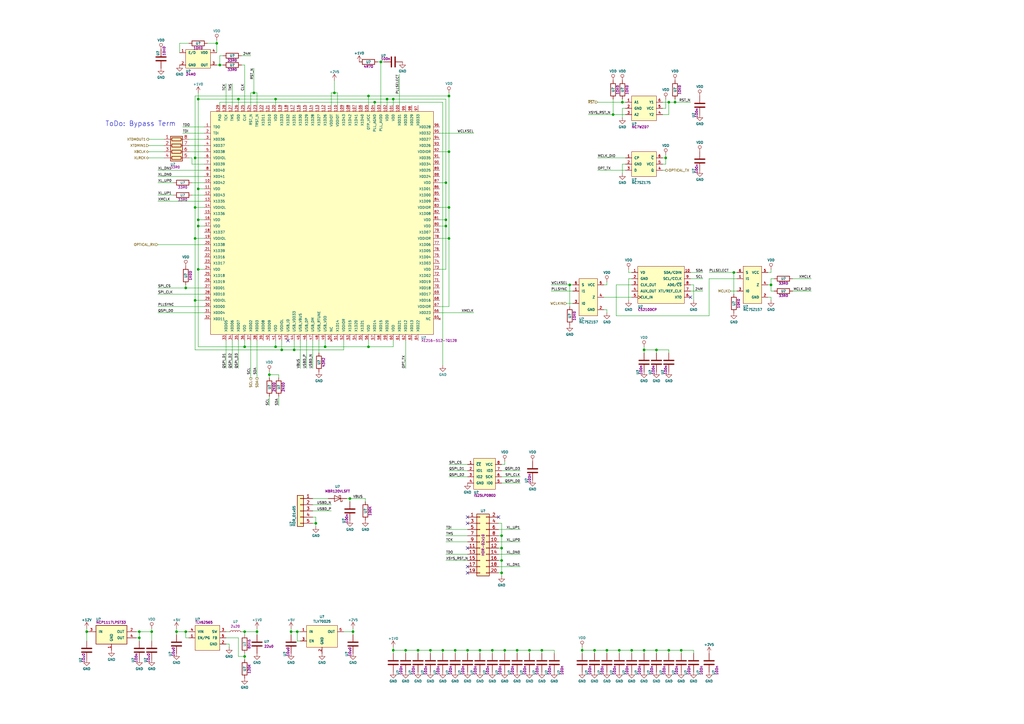
<source format=kicad_sch>
(kicad_sch (version 20211123) (generator eeschema)
  (paper "A3")
  (title_block (title "freeDSP Aurora") (date "24.7.2018") (rev "1.0.0") (company "auverdion"))
  (junction (at 300.99 111.76))
  (junction (at 184.15 97.79))
  (junction (at 196.85 266.7))
  (junction (at 76.2 259.08))
  (junction (at 207.01 266.7))
  (junction (at 254 266.7))
  (junction (at 137.16 38.1))
  (junction (at 269.24 143.51))
  (junction (at 181.61 266.7))
  (junction (at 81.28 110.49))
  (junction (at 184.15 62.23))
  (junction (at 222.25 266.7))
  (junction (at 97.79 40.64))
  (junction (at 81.28 90.17))
  (junction (at 217.17 266.7))
  (junction (at 274.32 266.7))
  (junction (at 264.16 266.7))
  (junction (at 184.15 39.37))
  (junction (at 259.08 266.7))
  (junction (at 233.68 116.84))
  (junction (at 81.28 77.47))
  (junction (at 115.57 143.51))
  (junction (at 171.45 266.7))
  (junction (at 212.09 266.7))
  (junction (at 88.9 17.78))
  (junction (at 161.29 40.64))
  (junction (at 238.76 266.7))
  (junction (at 76.2 118.11))
  (junction (at 80.01 85.09))
  (junction (at 205.74 229.87))
  (junction (at 276.86 41.91))
  (junction (at 201.93 266.7))
  (junction (at 161.29 266.7))
  (junction (at 80.01 123.19))
  (junction (at 166.37 266.7))
  (junction (at 113.03 40.64))
  (junction (at 182.88 74.93))
  (junction (at 248.92 266.7))
  (junction (at 121.92 259.08))
  (junction (at 184.15 85.09))
  (junction (at 316.23 116.84))
  (junction (at 205.74 224.79))
  (junction (at 151.13 142.24))
  (junction (at 269.24 266.7))
  (junction (at 176.53 266.7))
  (junction (at 243.84 266.7))
  (junction (at 129.54 214.63))
  (junction (at 205.74 234.95))
  (junction (at 255.27 41.91))
  (junction (at 80.01 97.79))
  (junction (at 90.17 26.67))
  (junction (at 279.4 266.7))
  (junction (at 119.38 259.08))
  (junction (at 100.33 142.24))
  (junction (at 81.28 40.64))
  (junction (at 251.46 46.99))
  (junction (at 186.69 266.7))
  (junction (at 62.23 259.08))
  (junction (at 80.01 64.77))
  (junction (at 158.75 40.64))
  (junction (at 57.15 261.62))
  (junction (at 143.51 204.47))
  (junction (at 274.32 41.91))
  (junction (at 120.65 143.51))
  (junction (at 104.14 38.1))
  (junction (at 264.16 143.51))
  (junction (at 133.35 142.24))
  (junction (at 72.39 259.08))
  (junction (at 105.41 259.08))
  (junction (at 81.28 92.71))
  (junction (at 273.05 64.77))
  (junction (at 100.33 269.24))
  (junction (at 156.21 25.4))
  (junction (at 205.74 219.71))
  (junction (at 57.15 259.08))
  (junction (at 151.13 39.37))
  (junction (at 153.67 41.91))
  (junction (at 100.33 259.08))
  (junction (at 35.56 259.08))
  (junction (at 113.03 142.24))
  (junction (at 110.49 153.67))
  (junction (at 182.88 92.71))
  (junction (at 191.77 266.7))
  (junction (at 144.78 259.08))
  (junction (at 182.88 90.17))
  (no_connect (at 191.77 232.41))
  (no_connect (at 191.77 212.09))
  (no_connect (at 191.77 234.95))
  (no_connect (at 118.11 139.7))
  (no_connect (at 283.21 121.92))
  (no_connect (at 191.77 214.63))
  (no_connect (at 204.47 212.09))
  (no_connect (at 191.77 224.79))
  (wire (pts (xy 81.28 38.1) (xy 81.28 40.64)))
  (wire (pts (xy 248.92 266.7) (xy 248.92 267.97)))
  (wire (pts (xy 201.93 266.7) (xy 207.01 266.7)))
  (wire (pts (xy 110.49 153.67) (xy 110.49 154.94)))
  (wire (pts (xy 120.65 143.51) (xy 140.97 143.51)))
  (wire (pts (xy 83.82 125.73) (xy 64.77 125.73)))
  (wire (pts (xy 186.69 266.7) (xy 191.77 266.7)))
  (wire (pts (xy 105.41 259.08) (xy 105.41 260.35)))
  (wire (pts (xy 269.24 143.51) (xy 274.32 143.51)))
  (wire (pts (xy 284.48 123.19) (xy 284.48 116.84)))
  (wire (pts (xy 120.65 139.7) (xy 120.65 143.51)))
  (wire (pts (xy 158.75 40.64) (xy 161.29 40.64)))
  (wire (pts (xy 256.54 64.77) (xy 245.11 64.77)))
  (wire (pts (xy 205.74 229.87) (xy 205.74 234.95)))
  (wire (pts (xy 88.9 16.51) (xy 88.9 17.78)))
  (wire (pts (xy 182.88 92.71) (xy 182.88 110.49)))
  (wire (pts (xy 166.37 266.7) (xy 171.45 266.7)))
  (wire (pts (xy 121.92 262.89) (xy 121.92 259.08)))
  (wire (pts (xy 144.78 257.81) (xy 144.78 259.08)))
  (wire (pts (xy 273.05 67.31) (xy 271.78 67.31)))
  (wire (pts (xy 191.77 219.71) (xy 182.88 219.71)))
  (wire (pts (xy 257.81 114.3) (xy 259.08 114.3)))
  (wire (pts (xy 205.74 214.63) (xy 205.74 219.71)))
  (wire (pts (xy 99.06 26.67) (xy 100.33 26.67)))
  (wire (pts (xy 143.51 204.47) (xy 143.51 205.74)))
  (wire (pts (xy 161.29 40.64) (xy 182.88 40.64)))
  (wire (pts (xy 144.78 259.08) (xy 144.78 260.35)))
  (wire (pts (xy 123.19 262.89) (xy 121.92 262.89)))
  (wire (pts (xy 137.16 38.1) (xy 138.43 38.1)))
  (wire (pts (xy 233.68 116.84) (xy 234.95 116.84)))
  (wire (pts (xy 254 266.7) (xy 254 267.97)))
  (wire (pts (xy 100.33 26.67) (xy 100.33 43.18)))
  (wire (pts (xy 100.33 267.97) (xy 100.33 269.24)))
  (wire (pts (xy 140.97 259.08) (xy 144.78 259.08)))
  (wire (pts (xy 248.92 116.84) (xy 248.92 115.57)))
  (wire (pts (xy 182.88 74.93) (xy 182.88 90.17)))
  (wire (pts (xy 182.88 90.17) (xy 180.34 90.17)))
  (wire (pts (xy 154.94 25.4) (xy 156.21 25.4)))
  (wire (pts (xy 81.28 110.49) (xy 83.82 110.49)))
  (wire (pts (xy 135.89 38.1) (xy 137.16 38.1)))
  (wire (pts (xy 121.92 259.08) (xy 123.19 259.08)))
  (wire (pts (xy 83.82 120.65) (xy 64.77 120.65)))
  (wire (pts (xy 81.28 142.24) (xy 100.33 142.24)))
  (wire (pts (xy 314.96 111.76) (xy 316.23 111.76)))
  (wire (pts (xy 325.12 114.3) (xy 332.74 114.3)))
  (wire (pts (xy 227.33 266.7) (xy 227.33 267.97)))
  (wire (pts (xy 62.23 259.08) (xy 62.23 262.89)))
  (wire (pts (xy 171.45 266.7) (xy 176.53 266.7)))
  (wire (pts (xy 204.47 227.33) (xy 213.36 227.33)))
  (wire (pts (xy 213.36 198.12) (xy 205.74 198.12)))
  (wire (pts (xy 143.51 204.47) (xy 149.86 204.47)))
  (wire (pts (xy 316.23 116.84) (xy 316.23 119.38)))
  (wire (pts (xy 100.33 269.24) (xy 100.33 270.51)))
  (wire (pts (xy 184.15 62.23) (xy 180.34 62.23)))
  (wire (pts (xy 269.24 266.7) (xy 269.24 267.97)))
  (wire (pts (xy 213.36 193.04) (xy 205.74 193.04)))
  (wire (pts (xy 72.39 257.81) (xy 72.39 259.08)))
  (wire (pts (xy 182.88 92.71) (xy 180.34 92.71)))
  (wire (pts (xy 156.21 25.4) (xy 156.21 43.18)))
  (wire (pts (xy 78.74 80.01) (xy 83.82 80.01)))
  (wire (pts (xy 325.12 119.38) (xy 332.74 119.38)))
  (wire (pts (xy 226.06 119.38) (xy 234.95 119.38)))
  (wire (pts (xy 80.01 123.19) (xy 83.82 123.19)))
  (wire (pts (xy 226.06 116.84) (xy 233.68 116.84)))
  (wire (pts (xy 274.32 46.99) (xy 271.78 46.99)))
  (wire (pts (xy 212.09 266.7) (xy 212.09 267.97)))
  (wire (pts (xy 151.13 39.37) (xy 151.13 43.18)))
  (wire (pts (xy 217.17 266.7) (xy 222.25 266.7)))
  (wire (pts (xy 317.5 114.3) (xy 316.23 114.3)))
  (wire (pts (xy 95.25 43.18) (xy 95.25 34.29)))
  (wire (pts (xy 100.33 139.7) (xy 100.33 142.24)))
  (wire (pts (xy 133.35 139.7) (xy 133.35 142.24)))
  (wire (pts (xy 128.27 139.7) (xy 128.27 151.13)))
  (wire (pts (xy 205.74 234.95) (xy 205.74 236.22)))
  (wire (pts (xy 102.87 38.1) (xy 104.14 38.1)))
  (wire (pts (xy 55.88 259.08) (xy 57.15 259.08)))
  (wire (pts (xy 184.15 85.09) (xy 184.15 97.79)))
  (wire (pts (xy 128.27 207.01) (xy 135.89 207.01)))
  (wire (pts (xy 213.36 195.58) (xy 205.74 195.58)))
  (wire (pts (xy 279.4 266.7) (xy 284.48 266.7)))
  (wire (pts (xy 130.81 144.78) (xy 130.81 139.7)))
  (wire (pts (xy 67.31 57.15) (xy 60.96 57.15)))
  (wire (pts (xy 252.73 116.84) (xy 259.08 116.84)))
  (wire (pts (xy 153.67 41.91) (xy 181.61 41.91)))
  (wire (pts (xy 128.27 204.47) (xy 134.62 204.47)))
  (wire (pts (xy 271.78 64.77) (xy 273.05 64.77)))
  (wire (pts (xy 217.17 266.7) (xy 217.17 267.97)))
  (wire (pts (xy 71.12 80.01) (xy 64.77 80.01)))
  (wire (pts (xy 77.47 261.62) (xy 76.2 261.62)))
  (wire (pts (xy 205.74 190.5) (xy 207.01 190.5)))
  (wire (pts (xy 161.29 40.64) (xy 161.29 43.18)))
  (wire (pts (xy 314.96 121.92) (xy 316.23 121.92)))
  (wire (pts (xy 212.09 266.7) (xy 217.17 266.7)))
  (wire (pts (xy 251.46 40.64) (xy 251.46 46.99)))
  (wire (pts (xy 119.38 257.81) (xy 119.38 259.08)))
  (wire (pts (xy 273.05 44.45) (xy 273.05 40.64)))
  (wire (pts (xy 279.4 266.7) (xy 279.4 267.97)))
  (wire (pts (xy 191.77 266.7) (xy 191.77 267.97)))
  (wire (pts (xy 274.32 266.7) (xy 274.32 267.97)))
  (wire (pts (xy 83.82 54.61) (xy 74.93 54.61)))
  (wire (pts (xy 161.29 265.43) (xy 161.29 266.7)))
  (wire (pts (xy 255.27 41.91) (xy 256.54 41.91)))
  (wire (pts (xy 257.81 111.76) (xy 257.81 110.49)))
  (wire (pts (xy 300.99 111.76) (xy 302.26 111.76)))
  (wire (pts (xy 207.01 266.7) (xy 207.01 267.97)))
  (wire (pts (xy 92.71 264.16) (xy 93.98 264.16)))
  (wire (pts (xy 259.08 266.7) (xy 259.08 267.97)))
  (wire (pts (xy 88.9 17.78) (xy 85.09 17.78)))
  (wire (pts (xy 71.12 74.93) (xy 64.77 74.93)))
  (wire (pts (xy 77.47 57.15) (xy 83.82 57.15)))
  (wire (pts (xy 194.31 128.27) (xy 180.34 128.27)))
  (wire (pts (xy 163.83 43.18) (xy 163.83 30.48)))
  (wire (pts (xy 80.01 39.37) (xy 151.13 39.37)))
  (wire (pts (xy 196.85 266.7) (xy 201.93 266.7)))
  (wire (pts (xy 113.03 40.64) (xy 113.03 43.18)))
  (wire (pts (xy 72.39 259.08) (xy 72.39 260.35)))
  (wire (pts (xy 81.28 77.47) (xy 81.28 90.17)))
  (wire (pts (xy 92.71 43.18) (xy 92.71 34.29)))
  (wire (pts (xy 64.77 118.11) (xy 76.2 118.11)))
  (wire (pts (xy 269.24 143.51) (xy 269.24 144.78)))
  (wire (pts (xy 271.78 41.91) (xy 274.32 41.91)))
  (wire (pts (xy 151.13 142.24) (xy 151.13 139.7)))
  (wire (pts (xy 76.2 259.08) (xy 77.47 259.08)))
  (wire (pts (xy 264.16 143.51) (xy 264.16 144.78)))
  (wire (pts (xy 191.77 190.5) (xy 184.15 190.5)))
  (wire (pts (xy 115.57 143.51) (xy 120.65 143.51)))
  (wire (pts (xy 93.98 264.16) (xy 93.98 265.43)))
  (wire (pts (xy 151.13 39.37) (xy 184.15 39.37)))
  (wire (pts (xy 105.41 38.1) (xy 105.41 43.18)))
  (wire (pts (xy 67.31 59.69) (xy 60.96 59.69)))
  (wire (pts (xy 176.53 266.7) (xy 176.53 267.97)))
  (wire (pts (xy 255.27 44.45) (xy 256.54 44.45)))
  (wire (pts (xy 204.47 222.25) (xy 213.36 222.25)))
  (wire (pts (xy 156.21 25.4) (xy 157.48 25.4)))
  (wire (pts (xy 186.69 266.7) (xy 186.69 267.97)))
  (wire (pts (xy 129.54 212.09) (xy 129.54 214.63)))
  (wire (pts (xy 204.47 232.41) (xy 213.36 232.41)))
  (wire (pts (xy 119.38 259.08) (xy 119.38 260.35)))
  (wire (pts (xy 81.28 92.71) (xy 81.28 110.49)))
  (wire (pts (xy 128.27 209.55) (xy 135.89 209.55)))
  (wire (pts (xy 271.78 69.85) (xy 273.05 69.85)))
  (wire (pts (xy 91.44 22.86) (xy 90.17 22.86)))
  (wire (pts (xy 92.71 261.62) (xy 97.79 261.62)))
  (wire (pts (xy 264.16 266.7) (xy 264.16 267.97)))
  (wire (pts (xy 100.33 259.08) (xy 105.41 259.08)))
  (wire (pts (xy 80.01 64.77) (xy 83.82 64.77)))
  (wire (pts (xy 247.65 116.84) (xy 248.92 116.84)))
  (wire (pts (xy 153.67 43.18) (xy 153.67 41.91)))
  (wire (pts (xy 105.41 139.7) (xy 105.41 154.94)))
  (wire (pts (xy 204.47 224.79) (xy 205.74 224.79)))
  (wire (pts (xy 142.24 204.47) (xy 143.51 204.47)))
  (wire (pts (xy 184.15 125.73) (xy 180.34 125.73)))
  (wire (pts (xy 83.82 82.55) (xy 64.77 82.55)))
  (wire (pts (xy 119.38 259.08) (xy 121.92 259.08)))
  (wire (pts (xy 88.9 26.67) (xy 90.17 26.67)))
  (wire (pts (xy 77.47 62.23) (xy 83.82 62.23)))
  (wire (pts (xy 83.82 100.33) (xy 64.77 100.33)))
  (wire (pts (xy 102.87 43.18) (xy 102.87 38.1)))
  (wire (pts (xy 151.13 142.24) (xy 161.29 142.24)))
  (wire (pts (xy 161.29 266.7) (xy 161.29 267.97)))
  (wire (pts (xy 264.16 142.24) (xy 264.16 143.51)))
  (wire (pts (xy 100.33 142.24) (xy 113.03 142.24)))
  (wire (pts (xy 35.56 259.08) (xy 35.56 262.89)))
  (wire (pts (xy 191.77 195.58) (xy 184.15 195.58)))
  (wire (pts (xy 80.01 97.79) (xy 83.82 97.79)))
  (wire (pts (xy 248.92 266.7) (xy 254 266.7)))
  (wire (pts (xy 76.2 261.62) (xy 76.2 259.08)))
  (wire (pts (xy 255.27 67.31) (xy 255.27 71.12)))
  (wire (pts (xy 194.31 54.61) (xy 180.34 54.61)))
  (wire (pts (xy 299.72 119.38) (xy 302.26 119.38)))
  (wire (pts (xy 191.77 222.25) (xy 182.88 222.25)))
  (wire (pts (xy 245.11 41.91) (xy 255.27 41.91)))
  (wire (pts (xy 204.47 219.71) (xy 205.74 219.71)))
  (wire (pts (xy 81.28 90.17) (xy 81.28 92.71)))
  (wire (pts (xy 238.76 266.7) (xy 238.76 267.97)))
  (wire (pts (xy 271.78 44.45) (xy 273.05 44.45)))
  (wire (pts (xy 180.34 97.79) (xy 184.15 97.79)))
  (wire (pts (xy 57.15 259.08) (xy 57.15 261.62)))
  (wire (pts (xy 182.88 40.64) (xy 182.88 74.93)))
  (wire (pts (xy 207.01 190.5) (xy 207.01 189.23)))
  (wire (pts (xy 83.82 128.27) (xy 64.77 128.27)))
  (wire (pts (xy 90.17 26.67) (xy 91.44 26.67)))
  (wire (pts (xy 166.37 266.7) (xy 166.37 267.97)))
  (wire (pts (xy 110.49 152.4) (xy 110.49 153.67)))
  (wire (pts (xy 181.61 41.91) (xy 181.61 149.86)))
  (wire (pts (xy 251.46 46.99) (xy 256.54 46.99)))
  (wire (pts (xy 90.17 41.91) (xy 153.67 41.91)))
  (wire (pts (xy 80.01 85.09) (xy 80.01 97.79)))
  (wire (pts (xy 67.31 64.77) (xy 60.96 64.77)))
  (wire (pts (xy 80.01 123.19) (xy 80.01 143.51)))
  (wire (pts (xy 81.28 40.64) (xy 97.79 40.64)))
  (wire (pts (xy 104.14 38.1) (xy 104.14 27.94)))
  (wire (pts (xy 83.82 52.07) (xy 74.93 52.07)))
  (wire (pts (xy 184.15 38.1) (xy 184.15 39.37)))
  (wire (pts (xy 73.66 17.78) (xy 73.66 21.59)))
  (wire (pts (xy 110.49 153.67) (xy 114.3 153.67)))
  (wire (pts (xy 238.76 265.43) (xy 238.76 266.7)))
  (wire (pts (xy 205.74 224.79) (xy 205.74 229.87)))
  (wire (pts (xy 259.08 266.7) (xy 264.16 266.7)))
  (wire (pts (xy 129.54 214.63) (xy 129.54 215.9)))
  (wire (pts (xy 290.83 114.3) (xy 302.26 114.3)))
  (wire (pts (xy 35.56 257.81) (xy 35.56 259.08)))
  (wire (pts (xy 123.19 139.7) (xy 123.19 151.13)))
  (wire (pts (xy 255.27 48.26) (xy 255.27 44.45)))
  (wire (pts (xy 67.31 62.23) (xy 60.96 62.23)))
  (wire (pts (xy 241.3 46.99) (xy 251.46 46.99)))
  (wire (pts (xy 222.25 266.7) (xy 227.33 266.7)))
  (wire (pts (xy 274.32 41.91) (xy 276.86 41.91)))
  (wire (pts (xy 204.47 214.63) (xy 205.74 214.63)))
  (wire (pts (xy 191.77 229.87) (xy 182.88 229.87)))
  (wire (pts (xy 191.77 193.04) (xy 184.15 193.04)))
  (wire (pts (xy 191.77 217.17) (xy 182.88 217.17)))
  (wire (pts (xy 90.17 22.86) (xy 90.17 26.67)))
  (wire (pts (xy 181.61 266.7) (xy 181.61 267.97)))
  (wire (pts (xy 138.43 38.1) (xy 138.43 43.18)))
  (wire (pts (xy 257.81 123.19) (xy 257.81 114.3)))
  (wire (pts (xy 57.15 259.08) (xy 62.23 259.08)))
  (wire (pts (xy 78.74 67.31) (xy 78.74 64.77)))
  (wire (pts (xy 88.9 17.78) (xy 88.9 21.59)))
  (wire (pts (xy 184.15 85.09) (xy 180.34 85.09)))
  (wire (pts (xy 135.89 43.18) (xy 135.89 38.1)))
  (wire (pts (xy 99.06 259.08) (xy 100.33 259.08)))
  (wire (pts (xy 97.79 261.62) (xy 97.79 269.24)))
  (wire (pts (xy 176.53 266.7) (xy 181.61 266.7)))
  (wire (pts (xy 80.01 143.51) (xy 115.57 143.51)))
  (wire (pts (xy 113.03 40.64) (xy 158.75 40.64)))
  (wire (pts (xy 256.54 69.85) (xy 245.11 69.85)))
  (wire (pts (xy 264.16 143.51) (xy 269.24 143.51)))
  (wire (pts (xy 290.83 129.54) (xy 290.83 114.3)))
  (wire (pts (xy 77.47 59.69) (xy 83.82 59.69)))
  (wire (pts (xy 269.24 266.7) (xy 274.32 266.7)))
  (wire (pts (xy 238.76 266.7) (xy 243.84 266.7)))
  (wire (pts (xy 97.79 269.24) (xy 100.33 269.24)))
  (wire (pts (xy 254 266.7) (xy 259.08 266.7)))
  (wire (pts (xy 95.25 139.7) (xy 95.25 151.13)))
  (wire (pts (xy 102.87 139.7) (xy 102.87 154.94)))
  (wire (pts (xy 97.79 40.64) (xy 113.03 40.64)))
  (wire (pts (xy 274.32 266.7) (xy 279.4 266.7)))
  (wire (pts (xy 201.93 266.7) (xy 201.93 267.97)))
  (wire (pts (xy 133.35 142.24) (xy 151.13 142.24)))
  (wire (pts (xy 128.27 214.63) (xy 129.54 214.63)))
  (wire (pts (xy 284.48 266.7) (xy 284.48 267.97)))
  (wire (pts (xy 97.79 43.18) (xy 97.79 40.64)))
  (wire (pts (xy 316.23 114.3) (xy 316.23 116.84)))
  (wire (pts (xy 80.01 64.77) (xy 80.01 85.09)))
  (wire (pts (xy 290.83 111.76) (xy 300.99 111.76)))
  (wire (pts (xy 283.21 119.38) (xy 288.29 119.38)))
  (wire (pts (xy 233.68 116.84) (xy 233.68 125.73)))
  (wire (pts (xy 62.23 257.81) (xy 62.23 259.08)))
  (wire (pts (xy 248.92 127) (xy 248.92 128.27)))
  (wire (pts (xy 113.03 142.24) (xy 113.03 139.7)))
  (wire (pts (xy 113.03 142.24) (xy 133.35 142.24)))
  (wire (pts (xy 57.15 261.62) (xy 57.15 262.89)))
  (wire (pts (xy 184.15 97.79) (xy 184.15 125.73)))
  (wire (pts (xy 158.75 40.64) (xy 158.75 43.18)))
  (wire (pts (xy 205.74 234.95) (xy 204.47 234.95)))
  (wire (pts (xy 137.16 33.02) (xy 137.16 38.1)))
  (wire (pts (xy 274.32 143.51) (xy 274.32 144.78)))
  (wire (pts (xy 90.17 41.91) (xy 90.17 43.18)))
  (wire (pts (xy 83.82 67.31) (xy 78.74 67.31)))
  (wire (pts (xy 191.77 266.7) (xy 196.85 266.7)))
  (wire (pts (xy 72.39 259.08) (xy 76.2 259.08)))
  (wire (pts (xy 243.84 266.7) (xy 248.92 266.7)))
  (wire (pts (xy 161.29 142.24) (xy 161.29 139.7)))
  (wire (pts (xy 81.28 90.17) (xy 83.82 90.17)))
  (wire (pts (xy 276.86 40.64) (xy 276.86 41.91)))
  (wire (pts (xy 196.85 266.7) (xy 196.85 267.97)))
  (wire (pts (xy 80.01 85.09) (xy 83.82 85.09)))
  (wire (pts (xy 181.61 266.7) (xy 186.69 266.7)))
  (wire (pts (xy 243.84 266.7) (xy 243.84 267.97)))
  (wire (pts (xy 283.21 111.76) (xy 288.29 111.76)))
  (wire (pts (xy 247.65 127) (xy 248.92 127)))
  (wire (pts (xy 314.96 116.84) (xy 316.23 116.84)))
  (wire (pts (xy 115.57 139.7) (xy 115.57 143.51)))
  (wire (pts (xy 81.28 77.47) (xy 83.82 77.47)))
  (wire (pts (xy 128.27 212.09) (xy 129.54 212.09)))
  (wire (pts (xy 256.54 67.31) (xy 255.27 67.31)))
  (wire (pts (xy 232.41 124.46) (xy 234.95 124.46)))
  (wire (pts (xy 114.3 162.56) (xy 114.3 166.37)))
  (wire (pts (xy 182.88 90.17) (xy 182.88 92.71)))
  (wire (pts (xy 252.73 116.84) (xy 252.73 129.54)))
  (wire (pts (xy 105.41 257.81) (xy 105.41 259.08)))
  (wire (pts (xy 274.32 41.91) (xy 274.32 46.99)))
  (wire (pts (xy 247.65 121.92) (xy 259.08 121.92)))
  (wire (pts (xy 222.25 266.7) (xy 222.25 267.97)))
  (wire (pts (xy 204.47 229.87) (xy 205.74 229.87)))
  (wire (pts (xy 99.06 22.86) (xy 102.87 22.86)))
  (wire (pts (xy 80.01 39.37) (xy 80.01 64.77)))
  (wire (pts (xy 81.28 40.64) (xy 81.28 77.47)))
  (wire (pts (xy 114.3 153.67) (xy 114.3 154.94)))
  (wire (pts (xy 273.05 63.5) (xy 273.05 64.77)))
  (wire (pts (xy 161.29 266.7) (xy 166.37 266.7)))
  (wire (pts (xy 316.23 119.38) (xy 317.5 119.38)))
  (wire (pts (xy 78.74 74.93) (xy 83.82 74.93)))
  (wire (pts (xy 83.82 72.39) (xy 64.77 72.39)))
  (wire (pts (xy 276.86 41.91) (xy 283.21 41.91)))
  (wire (pts (xy 77.47 17.78) (xy 73.66 17.78)))
  (wire (pts (xy 259.08 111.76) (xy 257.81 111.76)))
  (wire (pts (xy 184.15 39.37) (xy 184.15 62.23)))
  (wire (pts (xy 283.21 114.3) (xy 288.29 114.3)))
  (wire (pts (xy 125.73 139.7) (xy 125.73 151.13)))
  (wire (pts (xy 92.71 259.08) (xy 93.98 259.08)))
  (wire (pts (xy 166.37 139.7) (xy 166.37 151.13)))
  (wire (pts (xy 97.79 139.7) (xy 97.79 151.13)))
  (wire (pts (xy 76.2 116.84) (xy 76.2 118.11)))
  (wire (pts (xy 81.28 110.49) (xy 81.28 142.24)))
  (wire (pts (xy 110.49 162.56) (xy 110.49 166.37)))
  (wire (pts (xy 80.01 97.79) (xy 80.01 123.19)))
  (wire (pts (xy 83.82 69.85) (xy 64.77 69.85)))
  (wire (pts (xy 100.33 259.08) (xy 100.33 260.35)))
  (wire (pts (xy 205.74 219.71) (xy 205.74 224.79)))
  (wire (pts (xy 316.23 111.76) (xy 316.23 110.49)))
  (wire (pts (xy 76.2 118.11) (xy 83.82 118.11)))
  (wire (pts (xy 252.73 129.54) (xy 290.83 129.54)))
  (wire (pts (xy 184.15 62.23) (xy 184.15 85.09)))
  (wire (pts (xy 273.05 64.77) (xy 273.05 67.31)))
  (wire (pts (xy 104.14 38.1) (xy 105.41 38.1)))
  (wire (pts (xy 316.23 121.92) (xy 316.23 123.19)))
  (wire (pts (xy 140.97 143.51) (xy 140.97 139.7)))
  (wire (pts (xy 284.48 116.84) (xy 283.21 116.84)))
  (wire (pts (xy 149.86 204.47) (xy 149.86 205.74)))
  (wire (pts (xy 264.16 266.7) (xy 269.24 266.7)))
  (wire (pts (xy 171.45 266.7) (xy 171.45 267.97)))
  (wire (pts (xy 255.27 40.64) (xy 255.27 41.91)))
  (wire (pts (xy 300.99 120.65) (xy 300.99 111.76)))
  (wire (pts (xy 182.88 110.49) (xy 180.34 110.49)))
  (wire (pts (xy 55.88 261.62) (xy 57.15 261.62)))
  (wire (pts (xy 207.01 266.7) (xy 212.09 266.7)))
  (wire (pts (xy 204.47 217.17) (xy 213.36 217.17)))
  (wire (pts (xy 81.28 92.71) (xy 83.82 92.71)))
  (wire (pts (xy 182.88 74.93) (xy 180.34 74.93)))
  (wire (pts (xy 191.77 227.33) (xy 182.88 227.33)))
  (wire (pts (xy 92.71 139.7) (xy 92.71 151.13)))
  (wire (pts (xy 78.74 64.77) (xy 77.47 64.77)))
  (text "ToDo: Bypass Term" (at 43.18 52.07 0) (effects (font (size 2.0066 2.0066)) (justify left bottom)))
  (label "XMCLK" (at 332.74 114.3 180) (effects (font (size 0.9906 0.9906))))
  (label "XSYS_RST_N" (at 182.88 229.87 0) (effects (font (size 0.9906 0.9906))))
  (label "WCLKSEL" (at 226.06 116.84 0) (effects (font (size 0.9906 0.9906))))
  (label "OPT_TX" (at 166.37 151.13 90) (effects (font (size 0.9906 0.9906))))
  (label "USBD_P" (at 125.73 151.13 90) (effects (font (size 0.9906 0.9906))))
  (label "QSPI_D1" (at 92.71 151.13 90) (effects (font (size 0.9906 0.9906))))
  (label "24M" (at 102.87 22.86 180) (effects (font (size 0.9906 0.9906))))
  (label "USBD_P" (at 135.89 209.55 180) (effects (font (size 0.9906 0.9906))))
  (label "SCL" (at 110.49 166.37 90) (effects (font (size 0.9906 0.9906))))
  (label "TCK" (at 182.88 222.25 0) (effects (font (size 0.9906 0.9906))))
  (label "XSYS_RST_N" (at 241.3 46.99 0) (effects (font (size 0.9906 0.9906))))
  (label "XL_DN1" (at 64.77 69.85 0) (effects (font (size 0.9906 0.9906))))
  (label "SDA" (at 114.3 166.37 90) (effects (font (size 0.9906 0.9906))))
  (label "QSPI_D2" (at 184.15 195.58 0) (effects (font (size 0.9906 0.9906))))
  (label "24M" (at 288.29 119.38 180) (effects (font (size 0.9906 0.9906))))
  (label "VBUS" (at 144.78 204.47 0) (effects (font (size 0.9906 0.9906))))
  (label "USBD_N" (at 135.89 207.01 180) (effects (font (size 0.9906 0.9906))))
  (label "XL_DN0" (at 64.77 72.39 0) (effects (font (size 0.9906 0.9906))))
  (label "TMS" (at 182.88 219.71 0) (effects (font (size 0.9906 0.9906))))
  (label "TDO" (at 74.93 52.07 0) (effects (font (size 0.9906 0.9906))))
  (label "SCL" (at 102.87 153.67 90) (effects (font (size 0.9906 0.9906))))
  (label "XL_DN1" (at 213.36 232.41 180) (effects (font (size 0.9906 0.9906))))
  (label "QSPI_D1" (at 184.15 193.04 0) (effects (font (size 0.9906 0.9906))))
  (label "RST_N" (at 283.21 41.91 180) (effects (font (size 0.9906 0.9906))))
  (label "RST_N" (at 104.14 27.94 270) (effects (font (size 0.9906 0.9906))))
  (label "VBUS" (at 123.19 151.13 90) (effects (font (size 0.9906 0.9906))))
  (label "QSPI_D0" (at 64.77 128.27 0) (effects (font (size 0.9906 0.9906))))
  (label "SPI_CS" (at 184.15 190.5 0) (effects (font (size 0.9906 0.9906))))
  (label "QSPI_D2" (at 95.25 151.13 90) (effects (font (size 0.9906 0.9906))))
  (label "TDO" (at 182.88 227.33 0) (effects (font (size 0.9906 0.9906))))
  (label "XMCLK" (at 194.31 128.27 180) (effects (font (size 0.9906 0.9906))))
  (label "SCL" (at 288.29 114.3 180) (effects (font (size 0.9906 0.9906))))
  (label "PLLSYNC" (at 226.06 119.38 0) (effects (font (size 0.9906 0.9906))))
  (label "SPI_CLK" (at 213.36 195.58 180) (effects (font (size 0.9906 0.9906))))
  (label "SPI_CS" (at 64.77 118.11 0) (effects (font (size 0.9906 0.9906))))
  (label "OPT_TX" (at 245.11 69.85 0) (effects (font (size 0.9906 0.9906))))
  (label "XL_UP0" (at 213.36 222.25 180) (effects (font (size 0.9906 0.9906))))
  (label "TMS" (at 95.25 34.29 270) (effects (font (size 0.9906 0.9906))))
  (label "PLLSELECT" (at 163.83 30.48 270) (effects (font (size 0.9906 0.9906))))
  (label "MCLK_DIO" (at 245.11 64.77 0) (effects (font (size 0.9906 0.9906))))
  (label "QSPI_D3" (at 97.79 151.13 90) (effects (font (size 0.9906 0.9906))))
  (label "PLLSELECT" (at 290.83 111.76 0) (effects (font (size 0.9906 0.9906))))
  (label "USBD_N" (at 128.27 151.13 90) (effects (font (size 0.9906 0.9906))))
  (label "XMCLK" (at 64.77 82.55 0) (effects (font (size 0.9906 0.9906))))
  (label "CLK" (at 100.33 34.29 270) (effects (font (size 0.9906 0.9906))))
  (label "XL_UP1" (at 64.77 80.01 0) (effects (font (size 0.9906 0.9906))))
  (label "XL_UP0" (at 64.77 74.93 0) (effects (font (size 0.9906 0.9906))))
  (label "TDI" (at 182.88 217.17 0) (effects (font (size 0.9906 0.9906))))
  (label "PLLSYNC" (at 64.77 125.73 0) (effects (font (size 0.9906 0.9906))))
  (label "MCLK_DIO" (at 332.74 119.38 180) (effects (font (size 0.9906 0.9906))))
  (label "SDA" (at 105.41 153.67 90) (effects (font (size 0.9906 0.9906))))
  (label "QSPI_D3" (at 213.36 193.04 180) (effects (font (size 0.9906 0.9906))))
  (label "TCK" (at 92.71 34.29 270) (effects (font (size 0.9906 0.9906))))
  (label "XL_DN0" (at 213.36 227.33 180) (effects (font (size 0.9906 0.9906))))
  (label "TDI" (at 74.93 54.61 0) (effects (font (size 0.9906 0.9906))))
  (label "XL_UP1" (at 213.36 217.17 180) (effects (font (size 0.9906 0.9906))))
  (label "SPI_CLK" (at 64.77 120.65 0) (effects (font (size 0.9906 0.9906))))
  (label "SDA" (at 288.29 111.76 180) (effects (font (size 0.9906 0.9906))))
  (label "QSPI_D0" (at 213.36 198.12 180) (effects (font (size 0.9906 0.9906))))
  (label "WCLKSEL" (at 194.31 54.61 180) (effects (font (size 0.9906 0.9906))))
  (hierarchical_label "SDA" (shape output) (at 105.41 154.94 270) (effects (font (size 0.9906 0.9906))))
  (hierarchical_label "XTDMIN1" (shape input) (at 60.96 59.69 180) (effects (font (size 0.9906 0.9906))))
  (hierarchical_label "XBCLK" (shape bidirectional) (at 60.96 62.23 180) (effects (font (size 0.9906 0.9906))))
  (hierarchical_label "OPTICAL_TX" (shape output) (at 273.05 69.85 0) (effects (font (size 0.9906 0.9906))))
  (hierarchical_label "OPTICAL_RX" (shape input) (at 64.77 100.33 180) (effects (font (size 0.9906 0.9906))))
  (hierarchical_label "WCLKIN" (shape input) (at 232.41 124.46 180) (effects (font (size 0.9906 0.9906))))
  (hierarchical_label "~{RST}" (shape input) (at 245.11 41.91 180) (effects (font (size 0.9906 0.9906))))
  (hierarchical_label "SCL" (shape output) (at 102.87 154.94 270) (effects (font (size 0.9906 0.9906))))
  (hierarchical_label "XTDMOUT1" (shape output) (at 60.96 57.15 180) (effects (font (size 0.9906 0.9906))))
  (hierarchical_label "MCLK" (shape input) (at 299.72 119.38 180) (effects (font (size 0.9906 0.9906))))
  (hierarchical_label "XLRCK" (shape bidirectional) (at 60.96 64.77 180) (effects (font (size 0.9906 0.9906))))
  (symbol (lib_id "freeDSP-aurora-rescue:GND") (at 181.61 149.86 0) (unit 1)
    (property "Reference" "#PWR0200" (effects hide))
    (property "Value" "GND" (at 181.61 153.67 0) (effects (font (size 0.9906 0.9906))))
  )
  (symbol (lib_id "freeDSP-aurora-rescue:GND") (at 165.1 25.4 0) (unit 1)
    (property "Reference" "#PWR0201" (effects hide))
    (property "Value" "GND" (at 165.1 29.21 0) (effects (font (size 0.9906 0.9906))))
  )
  (symbol (lib_id "freeDSP-aurora-rescue:+1V0") (at 147.32 25.4 0) (unit 1)
    (property "Reference" "#PWR0202" (effects hide))
    (property "Value" "+1V0" (at 147.32 21.844 0) (effects (font (size 0.9906 0.9906))))
  )
  (symbol (lib_id "freeDSP-aurora-rescue:+1V0") (at 81.28 38.1 0) (unit 1)
    (property "Reference" "#PWR0203" (effects hide))
    (property "Value" "+1V0" (at 81.28 34.544 0) (effects (font (size 0.9906 0.9906))))
  )
  (symbol (lib_id "freeDSP-aurora-rescue:+2V5") (at 137.16 33.02 0) (unit 1)
    (property "Reference" "#PWR0204" (effects hide))
    (property "Value" "+2V5" (at 137.16 29.464 0) (effects (font (size 0.9906 0.9906))))
  )
  (symbol (lib_id "freeDSP-aurora-rescue:GND") (at 274.32 275.59 0) (unit 1)
    (property "Reference" "#PWR0205" (effects hide))
    (property "Value" "GND" (at 274.32 279.4 0) (effects (font (size 0.9906 0.9906))))
  )
  (symbol (lib_id "freeDSP-aurora-rescue:GND") (at 279.4 275.59 0) (unit 1)
    (property "Reference" "#PWR0206" (effects hide))
    (property "Value" "GND" (at 279.4 279.4 0) (effects (font (size 0.9906 0.9906))))
  )
  (symbol (lib_id "freeDSP-aurora-rescue:GND") (at 284.48 275.59 0) (unit 1)
    (property "Reference" "#PWR0207" (effects hide))
    (property "Value" "GND" (at 284.48 279.4 0) (effects (font (size 0.9906 0.9906))))
  )
  (symbol (lib_id "freeDSP-aurora-rescue:GND") (at 269.24 275.59 0) (unit 1)
    (property "Reference" "#PWR0208" (effects hide))
    (property "Value" "GND" (at 269.24 279.4 0) (effects (font (size 0.9906 0.9906))))
  )
  (symbol (lib_id "freeDSP-aurora-rescue:GND") (at 264.16 275.59 0) (unit 1)
    (property "Reference" "#PWR0209" (effects hide))
    (property "Value" "GND" (at 264.16 279.4 0) (effects (font (size 0.9906 0.9906))))
  )
  (symbol (lib_id "freeDSP-aurora-rescue:GND") (at 290.83 275.59 0) (unit 1)
    (property "Reference" "#PWR0210" (effects hide))
    (property "Value" "GND" (at 290.83 279.4 0) (effects (font (size 0.9906 0.9906))))
  )
  (symbol (lib_id "freeDSP-aurora-rescue:GND") (at 248.92 275.59 0) (unit 1)
    (property "Reference" "#PWR0211" (effects hide))
    (property "Value" "GND" (at 248.92 279.4 0) (effects (font (size 0.9906 0.9906))))
  )
  (symbol (lib_id "freeDSP-aurora-rescue:GND") (at 254 275.59 0) (unit 1)
    (property "Reference" "#PWR0212" (effects hide))
    (property "Value" "GND" (at 254 279.4 0) (effects (font (size 0.9906 0.9906))))
  )
  (symbol (lib_id "freeDSP-aurora-rescue:GND") (at 259.08 275.59 0) (unit 1)
    (property "Reference" "#PWR0213" (effects hide))
    (property "Value" "GND" (at 259.08 279.4 0) (effects (font (size 0.9906 0.9906))))
  )
  (symbol (lib_id "freeDSP-aurora-rescue:GND") (at 243.84 275.59 0) (unit 1)
    (property "Reference" "#PWR0214" (effects hide))
    (property "Value" "GND" (at 243.84 279.4 0) (effects (font (size 0.9906 0.9906))))
  )
  (symbol (lib_id "freeDSP-aurora-rescue:GND") (at 238.76 275.59 0) (unit 1)
    (property "Reference" "#PWR0215" (effects hide))
    (property "Value" "GND" (at 238.76 279.4 0) (effects (font (size 0.9906 0.9906))))
  )
  (symbol (lib_id "freeDSP-aurora-rescue:GND") (at 196.85 275.59 0) (unit 1)
    (property "Reference" "#PWR0216" (effects hide))
    (property "Value" "GND" (at 196.85 279.4 0) (effects (font (size 0.9906 0.9906))))
  )
  (symbol (lib_id "freeDSP-aurora-rescue:GND") (at 201.93 275.59 0) (unit 1)
    (property "Reference" "#PWR0217" (effects hide))
    (property "Value" "GND" (at 201.93 279.4 0) (effects (font (size 0.9906 0.9906))))
  )
  (symbol (lib_id "freeDSP-aurora-rescue:GND") (at 207.01 275.59 0) (unit 1)
    (property "Reference" "#PWR0218" (effects hide))
    (property "Value" "GND" (at 207.01 279.4 0) (effects (font (size 0.9906 0.9906))))
  )
  (symbol (lib_id "freeDSP-aurora-rescue:GND") (at 191.77 275.59 0) (unit 1)
    (property "Reference" "#PWR0219" (effects hide))
    (property "Value" "GND" (at 191.77 279.4 0) (effects (font (size 0.9906 0.9906))))
  )
  (symbol (lib_id "freeDSP-aurora-rescue:GND") (at 186.69 275.59 0) (unit 1)
    (property "Reference" "#PWR0220" (effects hide))
    (property "Value" "GND" (at 186.69 279.4 0) (effects (font (size 0.9906 0.9906))))
  )
  (symbol (lib_id "freeDSP-aurora-rescue:GND") (at 171.45 275.59 0) (unit 1)
    (property "Reference" "#PWR0221" (effects hide))
    (property "Value" "GND" (at 171.45 279.4 0) (effects (font (size 0.9906 0.9906))))
  )
  (symbol (lib_id "freeDSP-aurora-rescue:GND") (at 176.53 275.59 0) (unit 1)
    (property "Reference" "#PWR0222" (effects hide))
    (property "Value" "GND" (at 176.53 279.4 0) (effects (font (size 0.9906 0.9906))))
  )
  (symbol (lib_id "freeDSP-aurora-rescue:GND") (at 181.61 275.59 0) (unit 1)
    (property "Reference" "#PWR0223" (effects hide))
    (property "Value" "GND" (at 181.61 279.4 0) (effects (font (size 0.9906 0.9906))))
  )
  (symbol (lib_id "freeDSP-aurora-rescue:GND") (at 166.37 275.59 0) (unit 1)
    (property "Reference" "#PWR0224" (effects hide))
    (property "Value" "GND" (at 166.37 279.4 0) (effects (font (size 0.9906 0.9906))))
  )
  (symbol (lib_id "freeDSP-aurora-rescue:GND") (at 161.29 275.59 0) (unit 1)
    (property "Reference" "#PWR0225" (effects hide))
    (property "Value" "GND" (at 161.29 279.4 0) (effects (font (size 0.9906 0.9906))))
  )
  (symbol (lib_id "freeDSP-aurora-rescue:GND") (at 222.25 275.59 0) (unit 1)
    (property "Reference" "#PWR0226" (effects hide))
    (property "Value" "GND" (at 222.25 279.4 0) (effects (font (size 0.9906 0.9906))))
  )
  (symbol (lib_id "freeDSP-aurora-rescue:GND") (at 217.17 275.59 0) (unit 1)
    (property "Reference" "#PWR0227" (effects hide))
    (property "Value" "GND" (at 217.17 279.4 0) (effects (font (size 0.9906 0.9906))))
  )
  (symbol (lib_id "freeDSP-aurora-rescue:GND") (at 212.09 275.59 0) (unit 1)
    (property "Reference" "#PWR0228" (effects hide))
    (property "Value" "GND" (at 212.09 279.4 0) (effects (font (size 0.9906 0.9906))))
  )
  (symbol (lib_id "freeDSP-aurora-rescue:+1V0") (at 161.29 265.43 0) (unit 1)
    (property "Reference" "#PWR0229" (effects hide))
    (property "Value" "+1V0" (at 161.29 261.874 0) (effects (font (size 0.9906 0.9906))))
  )
  (symbol (lib_id "freeDSP-aurora-rescue:+2V5") (at 290.83 267.97 0) (unit 1)
    (property "Reference" "#PWR0230" (effects hide))
    (property "Value" "+2V5" (at 290.83 264.414 0) (effects (font (size 0.9906 0.9906))))
  )
  (symbol (lib_id "freeDSP-aurora-rescue:GND") (at 205.74 236.22 0) (unit 1)
    (property "Reference" "#PWR0231" (effects hide))
    (property "Value" "GND" (at 205.74 240.03 0) (effects (font (size 0.9906 0.9906))))
  )
  (symbol (lib_id "freeDSP-aurora-rescue:GND") (at 191.77 198.12 0) (unit 1)
    (property "Reference" "#PWR0232" (effects hide))
    (property "Value" "GND" (at 191.77 201.93 0) (effects (font (size 0.9906 0.9906))))
  )
  (symbol (lib_id "freeDSP-aurora-rescue:GND") (at 218.44 196.85 0) (unit 1)
    (property "Reference" "#PWR0233" (effects hide))
    (property "Value" "GND" (at 218.44 200.66 0) (effects (font (size 0.9906 0.9906))))
  )
  (symbol (lib_id "freeDSP-aurora-rescue:GND") (at 130.81 152.4 0) (unit 1)
    (property "Reference" "#PWR0234" (effects hide))
    (property "Value" "GND" (at 130.81 156.21 0) (effects (font (size 0.9906 0.9906))))
  )
  (symbol (lib_id "freeDSP-aurora-rescue:GND") (at 143.51 213.36 0) (unit 1)
    (property "Reference" "#PWR0235" (effects hide))
    (property "Value" "GND" (at 143.51 217.17 0) (effects (font (size 0.9906 0.9906))))
  )
  (symbol (lib_id "freeDSP-aurora-rescue:GND") (at 149.86 213.36 0) (unit 1)
    (property "Reference" "#PWR0236" (effects hide))
    (property "Value" "GND" (at 149.86 217.17 0) (effects (font (size 0.9906 0.9906))))
  )
  (symbol (lib_id "freeDSP-aurora-rescue:GND") (at 73.66 26.67 0) (unit 1)
    (property "Reference" "#PWR0237" (effects hide))
    (property "Value" "GND" (at 73.66 30.48 0) (effects (font (size 0.9906 0.9906))))
  )
  (symbol (lib_id "freeDSP-aurora-rescue:GND") (at 119.38 267.97 0) (unit 1)
    (property "Reference" "#PWR0240" (effects hide))
    (property "Value" "GND" (at 119.38 271.78 0) (effects (font (size 0.9906 0.9906))))
  )
  (symbol (lib_id "freeDSP-aurora-rescue:GND") (at 144.78 267.97 0) (unit 1)
    (property "Reference" "#PWR0241" (effects hide))
    (property "Value" "GND" (at 144.78 271.78 0) (effects (font (size 0.9906 0.9906))))
  )
  (symbol (lib_id "freeDSP-aurora-rescue:GND") (at 132.08 267.97 0) (unit 1)
    (property "Reference" "#PWR0242" (effects hide))
    (property "Value" "GND" (at 132.08 271.78 0) (effects (font (size 0.9906 0.9906))))
  )
  (symbol (lib_id "freeDSP-aurora-rescue:+2V5") (at 144.78 257.81 0) (unit 1)
    (property "Reference" "#PWR0243" (effects hide))
    (property "Value" "+2V5" (at 144.78 254.254 0) (effects (font (size 0.9906 0.9906))))
  )
  (symbol (lib_id "freeDSP-aurora-rescue:+5V") (at 119.38 257.81 0) (unit 1)
    (property "Reference" "#PWR0244" (effects hide))
    (property "Value" "+5V" (at 119.38 254.254 0) (effects (font (size 0.9906 0.9906))))
  )
  (symbol (lib_id "freeDSP-aurora-rescue:GND") (at 227.33 275.59 0) (unit 1)
    (property "Reference" "#PWR0238" (effects hide))
    (property "Value" "GND" (at 227.33 279.4 0) (effects (font (size 0.9906 0.9906))))
  )
  (symbol (lib_id "freeDSP-aurora-rescue:GND") (at 66.04 27.94 0) (unit 1)
    (property "Reference" "#PWR0239" (effects hide))
    (property "Value" "GND" (at 66.04 31.75 0) (effects (font (size 0.9906 0.9906))))
  )
  (symbol (lib_id "freeDSP-aurora-rescue:GND") (at 129.54 215.9 0) (unit 1)
    (property "Reference" "#PWR0245" (effects hide))
    (property "Value" "GND" (at 129.54 219.71 0) (effects (font (size 0.9906 0.9906))))
  )
  (symbol (lib_id "freeDSP-aurora-rescue:VDD") (at 207.01 189.23 0) (unit 1)
    (property "Reference" "#PWR0246" (effects hide))
    (property "Value" "VDD" (at 207.01 185.42 0) (effects (font (size 0.9906 0.9906))))
  )
  (symbol (lib_id "freeDSP-aurora-rescue:VDD") (at 218.44 189.23 0) (unit 1)
    (property "Reference" "#PWR0247" (effects hide))
    (property "Value" "VDD" (at 218.44 185.42 0) (effects (font (size 0.9906 0.9906))))
  )
  (symbol (lib_id "freeDSP-aurora-rescue:VDD") (at 76.2 109.22 0) (unit 1)
    (property "Reference" "#PWR0248" (effects hide))
    (property "Value" "VDD" (at 76.2 105.41 0) (effects (font (size 0.9906 0.9906))))
  )
  (symbol (lib_id "freeDSP-aurora-rescue:VDD") (at 66.04 20.32 0) (unit 1)
    (property "Reference" "#PWR0249" (effects hide))
    (property "Value" "VDD" (at 66.04 16.51 0) (effects (font (size 0.9906 0.9906))))
  )
  (symbol (lib_id "freeDSP-aurora-rescue:VDD") (at 88.9 16.51 0) (unit 1)
    (property "Reference" "#PWR0250" (effects hide))
    (property "Value" "VDD" (at 88.9 12.7 0) (effects (font (size 0.9906 0.9906))))
  )
  (symbol (lib_id "freeDSP-aurora-rescue:VDD") (at 184.15 38.1 0) (unit 1)
    (property "Reference" "#PWR0251" (effects hide))
    (property "Value" "VDD" (at 184.15 34.29 0) (effects (font (size 0.9906 0.9906))))
  )
  (symbol (lib_id "freeDSP-aurora-rescue:VDD") (at 238.76 265.43 0) (unit 1)
    (property "Reference" "#PWR0252" (effects hide))
    (property "Value" "VDD" (at 238.76 261.62 0) (effects (font (size 0.9906 0.9906))))
  )
  (symbol (lib_id "freeDSP-aurora-rescue:VDD") (at 273.05 40.64 0) (unit 1)
    (property "Reference" "#PWR0253" (effects hide))
    (property "Value" "VDD" (at 273.05 36.83 0) (effects (font (size 0.9906 0.9906))))
  )
  (symbol (lib_id "freeDSP-aurora-rescue:GND") (at 255.27 48.26 0) (unit 1)
    (property "Reference" "#PWR0254" (effects hide))
    (property "Value" "GND" (at 255.27 52.07 0) (effects (font (size 0.9906 0.9906))))
  )
  (symbol (lib_id "freeDSP-aurora-rescue:GND") (at 287.02 46.99 0) (unit 1)
    (property "Reference" "#PWR0255" (effects hide))
    (property "Value" "GND" (at 287.02 50.8 0) (effects (font (size 0.9906 0.9906))))
  )
  (symbol (lib_id "freeDSP-aurora-rescue:VDD") (at 287.02 39.37 0) (unit 1)
    (property "Reference" "#PWR0256" (effects hide))
    (property "Value" "VDD" (at 287.02 35.56 0) (effects (font (size 0.9906 0.9906))))
  )
  (symbol (lib_id "freeDSP-aurora-rescue:VDD") (at 255.27 33.02 0) (unit 1)
    (property "Reference" "#PWR0257" (effects hide))
    (property "Value" "VDD" (at 255.27 29.21 0) (effects (font (size 0.9906 0.9906))))
  )
  (symbol (lib_id "freeDSP-aurora-rescue:VDD") (at 276.86 33.02 0) (unit 1)
    (property "Reference" "#PWR0258" (effects hide))
    (property "Value" "VDD" (at 276.86 29.21 0) (effects (font (size 0.9906 0.9906))))
  )
  (symbol (lib_id "freeDSP-aurora-rescue:CAP_100n_50V_X7R_0805") (at 287.02 43.18 90) (unit 1)
    (property "Value" "CAP_100n_50V_X7R_0805" (effects hide))
    (property "Footprint" "rklib:C0805-X7R" (effects hide))
    (property "Value1" "100n" (at 285.75 48.26 0) (effects (font (size 0.9906 0.9906)) (justify left)))
    (property "Value2" "5% 50V X7R" (effects hide))
    (property "digikey" "399-1170-1-ND" (effects hide))
    (property "Manufacturer" "KEMET" (effects hide))
    (property "pn" "C0805C104K5RACTU" (effects hide))
  )
  (symbol (lib_id "freeDSP-aurora-rescue:CAP_100n_50V_X7R_0805") (at 161.29 25.4 0) (unit 1)
    (property "Value" "CAP_100n_50V_X7R_0805" (effects hide))
    (property "Footprint" "rklib:C0805-X7R" (effects hide))
    (property "Value1" "100n" (at 156.21 24.13 0) (effects (font (size 0.9906 0.9906)) (justify left)))
    (property "Value2" "5% 50V X7R" (effects hide))
    (property "digikey" "399-1170-1-ND" (effects hide))
    (property "Manufacturer" "KEMET" (effects hide))
    (property "pn" "C0805C104K5RACTU" (effects hide))
  )
  (symbol (lib_id "freeDSP-aurora-rescue:CAP_100n_50V_X7R_0805") (at 218.44 193.04 90) (unit 1)
    (property "Value" "CAP_100n_50V_X7R_0805" (effects hide))
    (property "Footprint" "rklib:C0805-X7R" (effects hide))
    (property "Value1" "100n" (at 217.17 198.12 0) (effects (font (size 0.9906 0.9906)) (justify left)))
    (property "Value2" "5% 50V X7R" (effects hide))
    (property "digikey" "399-1170-1-ND" (effects hide))
    (property "Manufacturer" "KEMET" (effects hide))
    (property "pn" "C0805C104K5RACTU" (effects hide))
  )
  (symbol (lib_id "freeDSP-aurora-rescue:CAP_100n_50V_X7R_0805") (at 143.51 209.55 90) (unit 1)
    (property "Value" "CAP_100n_50V_X7R_0805" (effects hide))
    (property "Footprint" "rklib:C0805-X7R" (effects hide))
    (property "Value1" "100n" (at 142.24 214.63 0) (effects (font (size 0.9906 0.9906)) (justify left)))
    (property "Value2" "5% 50V X7R" (effects hide))
    (property "digikey" "399-1170-1-ND" (effects hide))
    (property "Manufacturer" "KEMET" (effects hide))
    (property "pn" "C0805C104K5RACTU" (effects hide))
  )
  (symbol (lib_id "freeDSP-aurora-rescue:RES_10K0_1%_0.25W_Thin_0805") (at 255.27 36.83 90) (unit 1)
    (property "Value" "RES_10K0_1%_0.125W_Thick_0805" (effects hide))
    (property "Footprint" "rklib:C0805-RES" (effects hide))
    (property "Value1" "10K0" (at 257.175 36.83 0) (effects (font (size 0.9906 0.9906))))
    (property "Value2" "1% 0.125W Thick" (effects hide))
    (property "digikey" "311-10.0KCRCT-ND" (effects hide))
    (property "Manufacturer" "Yageo" (effects hide))
    (property "pn" "RC0805FR-0710KL" (effects hide))
  )
  (symbol (lib_id "freeDSP-aurora-rescue:RES_10K0_1%_0.25W_Thin_0805") (at 276.86 36.83 90) (unit 1)
    (property "Value" "RES_10K0_1%_0.125W_Thick_0805" (effects hide))
    (property "Footprint" "rklib:C0805-RES" (effects hide))
    (property "Value1" "10K0" (at 278.765 36.83 0) (effects (font (size 0.9906 0.9906))))
    (property "Value2" "1% 0.125W Thick" (effects hide))
    (property "digikey" "311-10.0KCRCT-ND" (effects hide))
    (property "Manufacturer" "Yageo" (effects hide))
    (property "pn" "RC0805FR-0710KL" (effects hide))
  )
  (symbol (lib_id "freeDSP-aurora-rescue:CAP_10n0_50V_X7R_0805") (at 66.04 24.13 90) (unit 1)
    (property "Value" "CAP_10n0_50V_X7R_0805" (effects hide))
    (property "Footprint" "rklib:C0805-X7R" (effects hide))
    (property "Value1" "10n0" (at 67.31 22.86 0) (effects (font (size 0.9906 0.9906)) (justify left)))
    (property "Value2" "10% 50V X7R" (effects hide))
    (property "digikey" "311-1136-1-ND" (effects hide))
    (property "Manufacturer" "Yageo" (effects hide))
    (property "pn" "CC0805KRX7R9BB103" (effects hide))
  )
  (symbol (lib_id "freeDSP-aurora-rescue:CAP_10u0_25V_X5R_0805") (at 119.38 264.16 90) (unit 1)
    (property "Value" "CAP_10u0_25V_X5R_0805" (effects hide))
    (property "Footprint" "rklib:C0805-X7R" (effects hide))
    (property "Value1" "10u0" (at 118.11 269.24 0) (effects (font (size 0.9906 0.9906)) (justify left)))
    (property "Value2" "20% 25V X5R" (effects hide))
    (property "digikey" "490-10748-1-ND" (effects hide))
    (property "Manufacturer" "Murata Electronics North America" (effects hide))
    (property "pn" "GRM21BR61E106MA73L" (effects hide))
  )
  (symbol (lib_id "freeDSP-aurora-rescue:CAP_10u0_25V_X5R_0805") (at 144.78 264.16 90) (unit 1)
    (property "Value" "CAP_10u0_25V_X5R_0805" (effects hide))
    (property "Footprint" "rklib:C0805-X7R" (effects hide))
    (property "Value1" "10u0" (at 143.51 269.24 0) (effects (font (size 0.9906 0.9906)) (justify left)))
    (property "Value2" "20% 25V X5R" (effects hide))
    (property "digikey" "490-10748-1-ND" (effects hide))
    (property "Manufacturer" "Murata Electronics North America" (effects hide))
    (property "pn" "GRM21BR61E106MA73L" (effects hide))
  )
  (symbol (lib_id "freeDSP-aurora-rescue:NC7SZ175") (at 264.16 71.12 0) (unit 1)
    (property "Value" "NC7SZ175" (at 259.08 74.93 0) (effects (font (size 0.9906 0.9906)) (justify left)))
    (property "Footprint" "TO_SOT_Packages_SMD:SOT-363_SC-70-6" (effects hide))
    (property "Value1" "NC7SZ175" (effects hide))
    (property "Value2" "D-Type Flip-Flop with Asynchronous Clear" (effects hide))
    (property "digikey" "296-16998-1-ND" (effects hide))
    (property "Manufacturer" "Texas Instruments" (effects hide))
    (property "pn" "SN74LVC1G175DCKR" (effects hide))
  )
  (symbol (lib_id "freeDSP-aurora-rescue:GND") (at 287.02 69.85 0) (unit 1)
    (property "Reference" "#PWR0259" (effects hide))
    (property "Value" "GND" (at 287.02 73.66 0) (effects (font (size 0.9906 0.9906))))
  )
  (symbol (lib_id "freeDSP-aurora-rescue:VDD") (at 287.02 62.23 0) (unit 1)
    (property "Reference" "#PWR0260" (effects hide))
    (property "Value" "VDD" (at 287.02 58.42 0) (effects (font (size 0.9906 0.9906))))
  )
  (symbol (lib_id "freeDSP-aurora-rescue:CAP_100n_50V_X7R_0805") (at 287.02 66.04 90) (unit 1)
    (property "Value" "CAP_100n_50V_X7R_0805" (effects hide))
    (property "Footprint" "rklib:C0805-X7R" (effects hide))
    (property "Value1" "100n" (at 285.75 71.12 0) (effects (font (size 0.9906 0.9906)) (justify left)))
    (property "Value2" "5% 50V X7R" (effects hide))
    (property "digikey" "399-1170-1-ND" (effects hide))
    (property "Manufacturer" "KEMET" (effects hide))
    (property "pn" "C0805C104K5RACTU" (effects hide))
  )
  (symbol (lib_id "freeDSP-aurora-rescue:VDD") (at 273.05 63.5 0) (unit 1)
    (property "Reference" "#PWR0261" (effects hide))
    (property "Value" "VDD" (at 273.05 59.69 0) (effects (font (size 0.9906 0.9906))))
  )
  (symbol (lib_id "freeDSP-aurora-rescue:GND") (at 255.27 71.12 0) (unit 1)
    (property "Reference" "#PWR0262" (effects hide))
    (property "Value" "GND" (at 255.27 74.93 0) (effects (font (size 0.9906 0.9906))))
  )
  (symbol (lib_id "freeDSP-aurora-rescue:GND") (at 264.16 152.4 0) (unit 1)
    (property "Reference" "#PWR0263" (effects hide))
    (property "Value" "GND" (at 264.16 156.21 0) (effects (font (size 0.9906 0.9906))))
  )
  (symbol (lib_id "freeDSP-aurora-rescue:VDD") (at 264.16 142.24 0) (unit 1)
    (property "Reference" "#PWR0264" (effects hide))
    (property "Value" "VDD" (at 264.16 138.43 0) (effects (font (size 0.9906 0.9906))))
  )
  (symbol (lib_id "freeDSP-aurora-rescue:CAP_100n_50V_X7R_0805") (at 264.16 148.59 90) (unit 1)
    (property "Value" "CAP_100n_50V_X7R_0805" (effects hide))
    (property "Footprint" "rklib:C0805-X7R" (effects hide))
    (property "Value1" "100n" (at 262.89 153.67 0) (effects (font (size 0.9906 0.9906)) (justify left)))
    (property "Value2" "5% 50V X7R" (effects hide))
    (property "digikey" "399-1170-1-ND" (effects hide))
    (property "Manufacturer" "KEMET" (effects hide))
    (property "pn" "C0805C104K5RACTU" (effects hide))
  )
  (symbol (lib_id "freeDSP-aurora-rescue:GND") (at 257.81 123.19 0) (unit 1)
    (property "Reference" "#PWR0265" (effects hide))
    (property "Value" "GND" (at 257.81 127 0) (effects (font (size 0.9906 0.9906))))
  )
  (symbol (lib_id "freeDSP-aurora-rescue:VDD") (at 257.81 110.49 0) (unit 1)
    (property "Reference" "#PWR0266" (effects hide))
    (property "Value" "VDD" (at 257.81 106.68 0) (effects (font (size 0.9906 0.9906))))
  )
  (symbol (lib_id "freeDSP-aurora-rescue:GND") (at 284.48 123.19 0) (unit 1)
    (property "Reference" "#PWR0267" (effects hide))
    (property "Value" "GND" (at 284.48 127 0) (effects (font (size 0.9906 0.9906))))
  )
  (symbol (lib_id "freeDSP-aurora-rescue:NC7SZ157") (at 308.61 116.84 0) (unit 1)
    (property "Value" "NC7SZ157" (at 304.8 127 0) (effects (font (size 0.9906 0.9906)) (justify left)))
    (property "Footprint" "TO_SOT_Packages_SMD:SC-70-6" (effects hide))
    (property "Value1" "NC7SZ157" (effects hide))
    (property "Value2" "2-Input Non-Inverting Multiplexer" (effects hide))
    (property "digikey" "NC7SZ157P6XCT-ND" (effects hide))
    (property "Manufacturer" "ON Semiconductor" (effects hide))
    (property "pn" "NC7SZ157P6X" (effects hide))
  )
  (symbol (lib_id "freeDSP-aurora-rescue:GND") (at 300.99 128.27 0) (unit 1)
    (property "Reference" "#PWR0268" (effects hide))
    (property "Value" "GND" (at 300.99 132.08 0) (effects (font (size 0.9906 0.9906))))
  )
  (symbol (lib_id "freeDSP-aurora-rescue:GND") (at 269.24 152.4 0) (unit 1)
    (property "Reference" "#PWR0269" (effects hide))
    (property "Value" "GND" (at 269.24 156.21 0) (effects (font (size 0.9906 0.9906))))
  )
  (symbol (lib_id "freeDSP-aurora-rescue:CAP_100n_50V_X7R_0805") (at 269.24 148.59 90) (unit 1)
    (property "Value" "CAP_100n_50V_X7R_0805" (effects hide))
    (property "Footprint" "rklib:C0805-X7R" (effects hide))
    (property "Value1" "100n" (at 267.97 153.67 0) (effects (font (size 0.9906 0.9906)) (justify left)))
    (property "Value2" "5% 50V X7R" (effects hide))
    (property "digikey" "399-1170-1-ND" (effects hide))
    (property "Manufacturer" "KEMET" (effects hide))
    (property "pn" "C0805C104K5RACTU" (effects hide))
  )
  (symbol (lib_id "freeDSP-aurora-rescue:VDD") (at 316.23 110.49 0) (unit 1)
    (property "Reference" "#PWR0270" (effects hide))
    (property "Value" "VDD" (at 316.23 106.68 0) (effects (font (size 0.9906 0.9906))))
  )
  (symbol (lib_id "freeDSP-aurora-rescue:GND") (at 316.23 123.19 0) (unit 1)
    (property "Reference" "#PWR0271" (effects hide))
    (property "Value" "GND" (at 316.23 127 0) (effects (font (size 0.9906 0.9906))))
  )
  (symbol (lib_id "freeDSP-aurora-rescue:NC7SZ157") (at 241.3 121.92 0) (unit 1)
    (property "Value" "NC7SZ157" (at 237.49 132.08 0) (effects (font (size 0.9906 0.9906)) (justify left)))
    (property "Footprint" "TO_SOT_Packages_SMD:SC-70-6" (effects hide))
    (property "Value1" "NC7SZ157" (effects hide))
    (property "Value2" "2-Input Non-Inverting Multiplexer" (effects hide))
    (property "digikey" "NC7SZ157P6XCT-ND" (effects hide))
    (property "Manufacturer" "ON Semiconductor" (effects hide))
    (property "pn" "NC7SZ157P6X" (effects hide))
  )
  (symbol (lib_id "freeDSP-aurora-rescue:GND") (at 248.92 128.27 0) (unit 1)
    (property "Reference" "#PWR0272" (effects hide))
    (property "Value" "GND" (at 248.92 132.08 0) (effects (font (size 0.9906 0.9906))))
  )
  (symbol (lib_id "freeDSP-aurora-rescue:VDD") (at 248.92 115.57 0) (unit 1)
    (property "Reference" "#PWR0273" (effects hide))
    (property "Value" "VDD" (at 248.92 111.76 0) (effects (font (size 0.9906 0.9906))))
  )
  (symbol (lib_id "freeDSP-aurora-rescue:GND") (at 233.68 133.35 0) (unit 1)
    (property "Reference" "#PWR0274" (effects hide))
    (property "Value" "GND" (at 233.68 137.16 0) (effects (font (size 0.9906 0.9906))))
  )
  (symbol (lib_id "freeDSP-aurora-rescue:GND") (at 274.32 152.4 0) (unit 1)
    (property "Reference" "#PWR0275" (effects hide))
    (property "Value" "GND" (at 274.32 156.21 0) (effects (font (size 0.9906 0.9906))))
  )
  (symbol (lib_id "freeDSP-aurora-rescue:CAP_100n_50V_X7R_0805") (at 274.32 148.59 90) (unit 1)
    (property "Value" "CAP_100n_50V_X7R_0805" (effects hide))
    (property "Footprint" "rklib:C0805-X7R" (effects hide))
    (property "Value1" "100n" (at 273.05 153.67 0) (effects (font (size 0.9906 0.9906)) (justify left)))
    (property "Value2" "5% 50V X7R" (effects hide))
    (property "digikey" "399-1170-1-ND" (effects hide))
    (property "Manufacturer" "KEMET" (effects hide))
    (property "pn" "C0805C104K5RACTU" (effects hide))
  )
  (symbol (lib_id "freeDSP-aurora-rescue:GND") (at 62.23 270.51 0) (unit 1)
    (property "Reference" "#PWR0277" (effects hide))
    (property "Value" "GND" (at 62.23 274.32 0) (effects (font (size 0.9906 0.9906))))
  )
  (symbol (lib_id "freeDSP-aurora-rescue:GND") (at 57.15 270.51 0) (unit 1)
    (property "Reference" "#PWR0278" (effects hide))
    (property "Value" "GND" (at 57.15 274.32 0) (effects (font (size 0.9906 0.9906))))
  )
  (symbol (lib_id "freeDSP-aurora-rescue:GND") (at 45.72 266.7 0) (unit 1)
    (property "Reference" "#PWR0279" (effects hide))
    (property "Value" "GND" (at 45.72 270.51 0) (effects (font (size 0.9906 0.9906))))
  )
  (symbol (lib_id "freeDSP-aurora-rescue:+12V") (at 35.56 257.81 0) (unit 1)
    (property "Reference" "#PWR0280" (effects hide))
    (property "Value" "+12V" (at 35.56 254.254 0) (effects (font (size 0.9906 0.9906))))
  )
  (symbol (lib_id "freeDSP-aurora-rescue:GND") (at 35.56 270.51 0) (unit 1)
    (property "Reference" "#PWR0281" (effects hide))
    (property "Value" "GND" (at 35.56 274.32 0) (effects (font (size 0.9906 0.9906))))
  )
  (symbol (lib_id "freeDSP-aurora-rescue:VDD") (at 62.23 257.81 0) (unit 1)
    (property "Reference" "#PWR0282" (effects hide))
    (property "Value" "VDD" (at 62.23 254 0) (effects (font (size 0.9906 0.9906))))
  )
  (symbol (lib_id "freeDSP-aurora-rescue:CAP_100n_50V_X7R_0805") (at 57.15 266.7 90) (unit 1)
    (property "Value" "CAP_100n_50V_X7R_0805" (effects hide))
    (property "Footprint" "rklib:C0805-X7R" (effects hide))
    (property "Value1" "100n" (at 55.88 271.78 0) (effects (font (size 0.9906 0.9906)) (justify left)))
    (property "Value2" "5% 50V X7R" (effects hide))
    (property "digikey" "399-1170-1-ND" (effects hide))
    (property "Manufacturer" "KEMET" (effects hide))
    (property "pn" "C0805C104K5RACTU" (effects hide))
  )
  (symbol (lib_id "freeDSP-aurora-rescue:CAP_10u0_25V_X5R_0805") (at 35.56 266.7 90) (unit 1)
    (property "Value" "CAP_10u0_25V_X5R_0805" (effects hide))
    (property "Footprint" "rklib:C0805-X7R" (effects hide))
    (property "Value1" "10u0" (at 34.29 271.78 0) (effects (font (size 0.9906 0.9906)) (justify left)))
    (property "Value2" "20% 25V X5R" (effects hide))
    (property "digikey" "490-10748-1-ND" (effects hide))
    (property "Manufacturer" "Murata Electronics North America" (effects hide))
    (property "pn" "GRM21BR61E106MA73L" (effects hide))
  )
  (symbol (lib_id "freeDSP-aurora-rescue:CAP_10u0_25V_X5R_0805") (at 62.23 266.7 90) (unit 1)
    (property "Value" "CAP_10u0_25V_X5R_0805" (effects hide))
    (property "Footprint" "rklib:C0805-X7R" (effects hide))
    (property "Value1" "10u0" (at 60.96 271.78 0) (effects (font (size 0.9906 0.9906)) (justify left)))
    (property "Value2" "20% 25V X5R" (effects hide))
    (property "digikey" "490-10748-1-ND" (effects hide))
    (property "Manufacturer" "Murata Electronics North America" (effects hide))
    (property "pn" "GRM21BR61E106MA73L" (effects hide))
  )
  (symbol (lib_id "freeDSP-aurora-rescue:IC_NCP1117LPST33") (at 45.72 260.35 0) (unit 1)
    (property "Value" "IC_NCP1117LPST33" (effects hide))
    (property "Footprint" "rklib:SOT223" (effects hide))
    (property "Value1" "NCP1117LPST33" (at 39.37 255.27 0) (effects (font (size 0.9906 0.9906)) (justify left)))
    (property "digikey" "NCP1117LPST33T3GOSCT-ND" (effects hide))
    (property "Value2" "LDO" (effects hide))
    (property "Manufacturer" "ON Semiconductor" (effects hide))
    (property "pn" "NCP1117LPST33T3G" (effects hide))
  )
  (symbol (lib_id "freeDSP-aurora-rescue:GND") (at 93.98 265.43 0) (unit 1)
    (property "Reference" "#PWR0283" (effects hide))
    (property "Value" "GND" (at 93.98 269.24 0) (effects (font (size 0.9906 0.9906))))
  )
  (symbol (lib_id "freeDSP-aurora-rescue:GND") (at 72.39 267.97 0) (unit 1)
    (property "Reference" "#PWR0284" (effects hide))
    (property "Value" "GND" (at 72.39 271.78 0) (effects (font (size 0.9906 0.9906))))
  )
  (symbol (lib_id "freeDSP-aurora-rescue:+5V") (at 72.39 257.81 0) (unit 1)
    (property "Reference" "#PWR0285" (effects hide))
    (property "Value" "+5V" (at 72.39 254.254 0) (effects (font (size 0.9906 0.9906))))
  )
  (symbol (lib_id "freeDSP-aurora-rescue:GND") (at 105.41 267.97 0) (unit 1)
    (property "Reference" "#PWR0286" (effects hide))
    (property "Value" "GND" (at 105.41 271.78 0) (effects (font (size 0.9906 0.9906))))
  )
  (symbol (lib_id "freeDSP-aurora-rescue:GND") (at 100.33 278.13 0) (unit 1)
    (property "Reference" "#PWR0287" (effects hide))
    (property "Value" "GND" (at 100.33 281.94 0) (effects (font (size 0.9906 0.9906))))
  )
  (symbol (lib_id "freeDSP-aurora-rescue:+1V0") (at 105.41 257.81 0) (unit 1)
    (property "Reference" "#PWR0288" (effects hide))
    (property "Value" "+1V0" (at 105.41 254.254 0) (effects (font (size 0.9906 0.9906))))
  )
  (symbol (lib_id "freeDSP-aurora-rescue:CAP_10u0_25V_X5R_0805") (at 72.39 264.16 90) (unit 1)
    (property "Value" "CAP_10u0_25V_X5R_0805" (effects hide))
    (property "Footprint" "rklib:C0805-X7R" (effects hide))
    (property "Value1" "10u0" (at 71.12 269.24 0) (effects (font (size 0.9906 0.9906)) (justify left)))
    (property "Value2" "20% 25V X5R" (effects hide))
    (property "digikey" "490-10748-1-ND" (effects hide))
    (property "Manufacturer" "Murata Electronics North America" (effects hide))
    (property "pn" "GRM21BR61E106MA73L" (effects hide))
  )
  (symbol (lib_id "freeDSP-aurora-rescue:IC_NC7WZ07-rk") (at 264.16 44.45 0) (unit 1)
    (property "Value" "IC_NC7WZ07" (effects hide))
    (property "Footprint" "TO_SOT_Packages_SMD:SC-70-6" (effects hide))
    (property "Value1" "NC7WZ07" (at 259.08 52.07 0) (effects (font (size 0.9906 0.9906)) (justify left)))
    (property "Value2" "Noninverting Buffer" (effects hide))
    (property "digikey" "NC7WZ07P6XCT-ND" (effects hide))
    (property "Manufacturer" "ON Semiconductor" (effects hide))
    (property "pn" "NC7WZ07P6X" (effects hide))
  )
  (symbol (lib_id "Connector_Generic:Conn_01x05") (at 123.19 209.55 0) (mirror y) (unit 1)
    (property "Value" "HDR_01x05" (at 120.65 215.9 90) (effects (font (size 0.9906 0.9906)) (justify left)))
    (property "Footprint" "Connector_PinHeader_2.54mm:PinHeader_1x05_P2.54mm_Vertical" (effects hide))
    (property "Value1" "HDR-01x05" (effects hide))
    (property "Value2" "-" (effects hide))
    (property "digikey" "S1011EC-05-ND" (effects hide))
    (property "Manufacturer" "Sullins Connector Solutions" (effects hide))
    (property "pn" "PRPC005SAAN-RC" (effects hide))
  )
  (symbol (lib_id "freeDSP-aurora-rescue:TLV70025-rkdev") (at 132.08 261.62 0) (unit 1)
    (property "Value" "TLV70025" (at 132.08 254.8636 0) (effects (font (size 0.9906 0.9906))))
    (property "Footprint" "rklib:SC70-5" (effects hide))
    (property "Manufacturer" "Texas Instruments" (effects hide))
    (property "digikey" "296-27793-1-ND" (effects hide))
    (property "pn" "TLV70025DCKR" (effects hide))
    (property "Value1" "TLV70025" (effects hide))
    (property "Value2" "2.5V, 200mA" (effects hide))
  )
  (symbol (lib_id "freeDSP-aurora-rescue:VDD") (at 110.49 152.4 0) (unit 1)
    (property "Reference" "#PWR0158" (effects hide))
    (property "Value" "VDD" (at 110.49 148.59 0) (effects (font (size 0.9906 0.9906))))
  )
  (symbol (lib_id "freeDSP-aurora-rescue:VDD") (at 251.46 33.02 0) (unit 1)
    (property "Reference" "#PWR0401" (effects hide))
    (property "Value" "VDD" (at 251.46 29.21 0) (effects (font (size 0.9906 0.9906))))
  )
  (symbol (lib_id "freeDSP-aurora-rescue:RES_10K0_1%_0.25W_Thin_0805") (at 251.46 36.83 90) (unit 1)
    (property "Value" "RES_10K0_1%_0.125W_Thick_0805" (effects hide))
    (property "Footprint" "rklib:C0805-RES" (effects hide))
    (property "Value1" "10K0" (at 253.365 36.83 0) (effects (font (size 0.9906 0.9906))))
    (property "Value2" "1% 0.125W Thick" (effects hide))
    (property "digikey" "311-10.0KCRCT-ND" (effects hide))
    (property "Manufacturer" "Yageo" (effects hide))
    (property "pn" "RC0805FR-0710KL" (effects hide))
  )
  (symbol (lib_id "freeDSP-aurora-rescue:CAP_22u0_10V_X5R_0805-rk") (at 105.41 264.16 270) (unit 1)
    (property "Value" "CAP_22u0_10V_X5R_0805" (effects hide))
    (property "Footprint" "rklib:C0805-X7R" (effects hide))
    (property "Value1" "22u0" (at 108.331 265.0998 90) (effects (font (size 0.9906 0.9906)) (justify left)))
    (property "Value2" "20% 10V X5R" (effects hide))
    (property "digikey" "490-10511-1-ND" (effects hide))
    (property "Manufacturer" "Murata Electronics North America" (effects hide))
    (property "pn" "GRM21BR61A226ME51L" (effects hide))
  )
  (symbol (lib_id "freeDSP-aurora-rescue:IND_2U20_30%_4A5-rk") (at 96.52 259.08 0) (unit 1)
    (property "Value" "IND_2U20_30%_4A5" (effects hide))
    (property "Footprint" "rklib:MCSDRH73B" (effects hide))
    (property "Value1" "2u20" (at 96.52 256.8956 0) (effects (font (size 0.9906 0.9906))))
    (property "Value2" "30% 4.5A 26 mOhm" (effects hide))
    (property "digikey" "811-1157-1-ND" (effects hide))
    (property "Manufacturer" "Murata Power Solutions Inc." (effects hide))
    (property "pn" "45222C" (effects hide))
  )
  (symbol (lib_id "freeDSP-aurora-rescue:IC_TLV62565-rk") (at 85.09 261.62 0) (unit 1)
    (property "Value" "IC_TLV62565" (effects hide))
    (property "Footprint" "TO_SOT_Packages_SMD:SOT-23-5" (effects hide))
    (property "Value1" "TLV62565" (at 80.01 255.27 0) (effects (font (size 0.9906 0.9906)) (justify left)))
    (property "Value2" "1.5A" (effects hide))
    (property "digikey" "296-43657-1-ND" (effects hide))
    (property "Manufacturer" "Texas Instruments" (effects hide))
    (property "pn" "TLV62565DBVR" (effects hide))
  )
  (symbol (lib_id "freeDSP-aurora-rescue:RES_80K6_1%_0.125W_Thick_0805-rk") (at 100.33 264.16 90) (mirror x) (unit 1)
    (property "Value" "RES_80K6_1%_0.125W_Thick_0805" (effects hide))
    (property "Footprint" "rklib:C0805-RES" (effects hide))
    (property "Value1" "80K6" (at 102.235 264.16 0) (effects (font (size 0.9906 0.9906))))
    (property "Value2" "1% 0.125W Thick" (effects hide))
    (property "digikey" "311-80.6KCRCT-ND" (effects hide))
    (property "Manufacturer" "Yageo" (effects hide))
    (property "pn" "RC0805FR-0780K6L" (effects hide))
  )
  (symbol (lib_id "freeDSP-aurora-rescue:RES_120K_1%_0.125W_Thick_0805-rk") (at 100.33 274.32 90) (mirror x) (unit 1)
    (property "Value" "RES_120K_1%_0.125W_Thick_0805" (effects hide))
    (property "Footprint" "rklib:C0805-RES" (effects hide))
    (property "Value1" "120K" (at 102.235 274.32 0) (effects (font (size 0.9906 0.9906))))
    (property "Value2" "1% 0.125W Thick" (effects hide))
    (property "digikey" "311-120KCRCT-ND" (effects hide))
    (property "Manufacturer" "Yageo" (effects hide))
    (property "pn" "RC0805FR-07120KL" (effects hide))
  )
  (symbol (lib_id "freeDSP-aurora-rescue:CAP_100n_10V_X7R_0402-rk") (at 161.29 271.78 270) (unit 1)
    (property "Value" "CAP_100n_10V_X7R_0402" (effects hide))
    (property "Footprint" "Capacitors_SMD:C_0402" (effects hide))
    (property "Value1" "100n" (at 164.465 276.86 0) (effects (font (size 0.9906 0.9906)) (justify right)))
    (property "Value2" "10% 10V X7R" (effects hide))
    (property "digikey" "490-6321-1-ND" (effects hide))
    (property "Manufacturer" "Murata Electronics North America" (effects hide))
    (property "pn" "GRM155R71A104KA01D" (effects hide))
  )
  (symbol (lib_id "freeDSP-aurora-rescue:CAP_100n_10V_X7R_0402-rk") (at 166.37 271.78 270) (unit 1)
    (property "Value" "CAP_100n_10V_X7R_0402" (effects hide))
    (property "Footprint" "Capacitors_SMD:C_0402" (effects hide))
    (property "Value1" "100n" (at 169.545 276.86 0) (effects (font (size 0.9906 0.9906)) (justify right)))
    (property "Value2" "10% 10V X7R" (effects hide))
    (property "digikey" "490-6321-1-ND" (effects hide))
    (property "Manufacturer" "Murata Electronics North America" (effects hide))
    (property "pn" "GRM155R71A104KA01D" (effects hide))
  )
  (symbol (lib_id "freeDSP-aurora-rescue:CAP_100n_10V_X7R_0402-rk") (at 171.45 271.78 270) (unit 1)
    (property "Value" "CAP_100n_10V_X7R_0402" (effects hide))
    (property "Footprint" "Capacitors_SMD:C_0402" (effects hide))
    (property "Value1" "100n" (at 174.625 276.86 0) (effects (font (size 0.9906 0.9906)) (justify right)))
    (property "Value2" "10% 10V X7R" (effects hide))
    (property "digikey" "490-6321-1-ND" (effects hide))
    (property "Manufacturer" "Murata Electronics North America" (effects hide))
    (property "pn" "GRM155R71A104KA01D" (effects hide))
  )
  (symbol (lib_id "freeDSP-aurora-rescue:CAP_100n_10V_X7R_0402-rk") (at 176.53 271.78 270) (unit 1)
    (property "Value" "CAP_100n_10V_X7R_0402" (effects hide))
    (property "Footprint" "Capacitors_SMD:C_0402" (effects hide))
    (property "Value1" "100n" (at 179.705 276.86 0) (effects (font (size 0.9906 0.9906)) (justify right)))
    (property "Value2" "10% 10V X7R" (effects hide))
    (property "digikey" "490-6321-1-ND" (effects hide))
    (property "Manufacturer" "Murata Electronics North America" (effects hide))
    (property "pn" "GRM155R71A104KA01D" (effects hide))
  )
  (symbol (lib_id "freeDSP-aurora-rescue:CAP_100n_10V_X7R_0402-rk") (at 181.61 271.78 270) (unit 1)
    (property "Value" "CAP_100n_10V_X7R_0402" (effects hide))
    (property "Footprint" "Capacitors_SMD:C_0402" (effects hide))
    (property "Value1" "100n" (at 184.785 276.86 0) (effects (font (size 0.9906 0.9906)) (justify right)))
    (property "Value2" "10% 10V X7R" (effects hide))
    (property "digikey" "490-6321-1-ND" (effects hide))
    (property "Manufacturer" "Murata Electronics North America" (effects hide))
    (property "pn" "GRM155R71A104KA01D" (effects hide))
  )
  (symbol (lib_id "freeDSP-aurora-rescue:CAP_100n_10V_X7R_0402-rk") (at 186.69 271.78 270) (unit 1)
    (property "Value" "CAP_100n_10V_X7R_0402" (effects hide))
    (property "Footprint" "Capacitors_SMD:C_0402" (effects hide))
    (property "Value1" "100n" (at 189.865 276.86 0) (effects (font (size 0.9906 0.9906)) (justify right)))
    (property "Value2" "10% 10V X7R" (effects hide))
    (property "digikey" "490-6321-1-ND" (effects hide))
    (property "Manufacturer" "Murata Electronics North America" (effects hide))
    (property "pn" "GRM155R71A104KA01D" (effects hide))
  )
  (symbol (lib_id "freeDSP-aurora-rescue:CAP_100n_10V_X7R_0402-rk") (at 191.77 271.78 270) (unit 1)
    (property "Value" "CAP_100n_10V_X7R_0402" (effects hide))
    (property "Footprint" "Capacitors_SMD:C_0402" (effects hide))
    (property "Value1" "100n" (at 194.945 276.86 0) (effects (font (size 0.9906 0.9906)) (justify right)))
    (property "Value2" "10% 10V X7R" (effects hide))
    (property "digikey" "490-6321-1-ND" (effects hide))
    (property "Manufacturer" "Murata Electronics North America" (effects hide))
    (property "pn" "GRM155R71A104KA01D" (effects hide))
  )
  (symbol (lib_id "freeDSP-aurora-rescue:CAP_100n_10V_X7R_0402-rk") (at 196.85 271.78 270) (unit 1)
    (property "Value" "CAP_100n_10V_X7R_0402" (effects hide))
    (property "Footprint" "Capacitors_SMD:C_0402" (effects hide))
    (property "Value1" "100n" (at 200.025 276.86 0) (effects (font (size 0.9906 0.9906)) (justify right)))
    (property "Value2" "10% 10V X7R" (effects hide))
    (property "digikey" "490-6321-1-ND" (effects hide))
    (property "Manufacturer" "Murata Electronics North America" (effects hide))
    (property "pn" "GRM155R71A104KA01D" (effects hide))
  )
  (symbol (lib_id "freeDSP-aurora-rescue:CAP_100n_10V_X7R_0402-rk") (at 201.93 271.78 270) (unit 1)
    (property "Value" "CAP_100n_10V_X7R_0402" (effects hide))
    (property "Footprint" "Capacitors_SMD:C_0402" (effects hide))
    (property "Value1" "100n" (at 205.105 276.86 0) (effects (font (size 0.9906 0.9906)) (justify right)))
    (property "Value2" "10% 10V X7R" (effects hide))
    (property "digikey" "490-6321-1-ND" (effects hide))
    (property "Manufacturer" "Murata Electronics North America" (effects hide))
    (property "pn" "GRM155R71A104KA01D" (effects hide))
  )
  (symbol (lib_id "freeDSP-aurora-rescue:CAP_100n_10V_X7R_0402-rk") (at 207.01 271.78 270) (unit 1)
    (property "Value" "CAP_100n_10V_X7R_0402" (effects hide))
    (property "Footprint" "Capacitors_SMD:C_0402" (effects hide))
    (property "Value1" "100n" (at 210.185 276.86 0) (effects (font (size 0.9906 0.9906)) (justify right)))
    (property "Value2" "10% 10V X7R" (effects hide))
    (property "digikey" "490-6321-1-ND" (effects hide))
    (property "Manufacturer" "Murata Electronics North America" (effects hide))
    (property "pn" "GRM155R71A104KA01D" (effects hide))
  )
  (symbol (lib_id "freeDSP-aurora-rescue:CAP_100n_10V_X7R_0402-rk") (at 212.09 271.78 270) (unit 1)
    (property "Value" "CAP_100n_10V_X7R_0402" (effects hide))
    (property "Footprint" "Capacitors_SMD:C_0402" (effects hide))
    (property "Value1" "100n" (at 215.265 276.86 0) (effects (font (size 0.9906 0.9906)) (justify right)))
    (property "Value2" "10% 10V X7R" (effects hide))
    (property "digikey" "490-6321-1-ND" (effects hide))
    (property "Manufacturer" "Murata Electronics North America" (effects hide))
    (property "pn" "GRM155R71A104KA01D" (effects hide))
  )
  (symbol (lib_id "freeDSP-aurora-rescue:CAP_100n_10V_X7R_0402-rk") (at 217.17 271.78 270) (unit 1)
    (property "Value" "CAP_100n_10V_X7R_0402" (effects hide))
    (property "Footprint" "Capacitors_SMD:C_0402" (effects hide))
    (property "Value1" "100n" (at 220.345 276.86 0) (effects (font (size 0.9906 0.9906)) (justify right)))
    (property "Value2" "10% 10V X7R" (effects hide))
    (property "digikey" "490-6321-1-ND" (effects hide))
    (property "Manufacturer" "Murata Electronics North America" (effects hide))
    (property "pn" "GRM155R71A104KA01D" (effects hide))
  )
  (symbol (lib_id "freeDSP-aurora-rescue:CAP_100n_10V_X7R_0402-rk") (at 222.25 271.78 270) (unit 1)
    (property "Value" "CAP_100n_10V_X7R_0402" (effects hide))
    (property "Footprint" "Capacitors_SMD:C_0402" (effects hide))
    (property "Value1" "100n" (at 225.425 276.86 0) (effects (font (size 0.9906 0.9906)) (justify right)))
    (property "Value2" "10% 10V X7R" (effects hide))
    (property "digikey" "490-6321-1-ND" (effects hide))
    (property "Manufacturer" "Murata Electronics North America" (effects hide))
    (property "pn" "GRM155R71A104KA01D" (effects hide))
  )
  (symbol (lib_id "freeDSP-aurora-rescue:CAP_100n_10V_X7R_0402-rk") (at 227.33 271.78 270) (unit 1)
    (property "Value" "CAP_100n_10V_X7R_0402" (effects hide))
    (property "Footprint" "Capacitors_SMD:C_0402" (effects hide))
    (property "Value1" "100n" (at 230.505 276.86 0) (effects (font (size 0.9906 0.9906)) (justify right)))
    (property "Value2" "10% 10V X7R" (effects hide))
    (property "digikey" "490-6321-1-ND" (effects hide))
    (property "Manufacturer" "Murata Electronics North America" (effects hide))
    (property "pn" "GRM155R71A104KA01D" (effects hide))
  )
  (symbol (lib_id "freeDSP-aurora-rescue:CAP_100n_10V_X7R_0402-rk") (at 238.76 271.78 270) (unit 1)
    (property "Value" "CAP_100n_10V_X7R_0402" (effects hide))
    (property "Footprint" "Capacitors_SMD:C_0402" (effects hide))
    (property "Value1" "100n" (at 241.935 276.86 0) (effects (font (size 0.9906 0.9906)) (justify right)))
    (property "Value2" "10% 10V X7R" (effects hide))
    (property "digikey" "490-6321-1-ND" (effects hide))
    (property "Manufacturer" "Murata Electronics North America" (effects hide))
    (property "pn" "GRM155R71A104KA01D" (effects hide))
  )
  (symbol (lib_id "freeDSP-aurora-rescue:CAP_100n_10V_X7R_0402-rk") (at 243.84 271.78 270) (unit 1)
    (property "Value" "CAP_100n_10V_X7R_0402" (effects hide))
    (property "Footprint" "Capacitors_SMD:C_0402" (effects hide))
    (property "Value1" "100n" (at 247.015 276.86 0) (effects (font (size 0.9906 0.9906)) (justify right)))
    (property "Value2" "10% 10V X7R" (effects hide))
    (property "digikey" "490-6321-1-ND" (effects hide))
    (property "Manufacturer" "Murata Electronics North America" (effects hide))
    (property "pn" "GRM155R71A104KA01D" (effects hide))
  )
  (symbol (lib_id "freeDSP-aurora-rescue:CAP_100n_10V_X7R_0402-rk") (at 248.92 271.78 270) (unit 1)
    (property "Value" "CAP_100n_10V_X7R_0402" (effects hide))
    (property "Footprint" "Capacitors_SMD:C_0402" (effects hide))
    (property "Value1" "100n" (at 252.095 276.86 0) (effects (font (size 0.9906 0.9906)) (justify right)))
    (property "Value2" "10% 10V X7R" (effects hide))
    (property "digikey" "490-6321-1-ND" (effects hide))
    (property "Manufacturer" "Murata Electronics North America" (effects hide))
    (property "pn" "GRM155R71A104KA01D" (effects hide))
  )
  (symbol (lib_id "freeDSP-aurora-rescue:CAP_100n_10V_X7R_0402-rk") (at 254 271.78 270) (unit 1)
    (property "Value" "CAP_100n_10V_X7R_0402" (effects hide))
    (property "Footprint" "Capacitors_SMD:C_0402" (effects hide))
    (property "Value1" "100n" (at 257.175 276.86 0) (effects (font (size 0.9906 0.9906)) (justify right)))
    (property "Value2" "10% 10V X7R" (effects hide))
    (property "digikey" "490-6321-1-ND" (effects hide))
    (property "Manufacturer" "Murata Electronics North America" (effects hide))
    (property "pn" "GRM155R71A104KA01D" (effects hide))
  )
  (symbol (lib_id "freeDSP-aurora-rescue:CAP_100n_10V_X7R_0402-rk") (at 259.08 271.78 270) (unit 1)
    (property "Value" "CAP_100n_10V_X7R_0402" (effects hide))
    (property "Footprint" "Capacitors_SMD:C_0402" (effects hide))
    (property "Value1" "100n" (at 262.255 276.86 0) (effects (font (size 0.9906 0.9906)) (justify right)))
    (property "Value2" "10% 10V X7R" (effects hide))
    (property "digikey" "490-6321-1-ND" (effects hide))
    (property "Manufacturer" "Murata Electronics North America" (effects hide))
    (property "pn" "GRM155R71A104KA01D" (effects hide))
  )
  (symbol (lib_id "freeDSP-aurora-rescue:CAP_100n_10V_X7R_0402-rk") (at 264.16 271.78 270) (unit 1)
    (property "Value" "CAP_100n_10V_X7R_0402" (effects hide))
    (property "Footprint" "Capacitors_SMD:C_0402" (effects hide))
    (property "Value1" "100n" (at 267.335 276.86 0) (effects (font (size 0.9906 0.9906)) (justify right)))
    (property "Value2" "10% 10V X7R" (effects hide))
    (property "digikey" "490-6321-1-ND" (effects hide))
    (property "Manufacturer" "Murata Electronics North America" (effects hide))
    (property "pn" "GRM155R71A104KA01D" (effects hide))
  )
  (symbol (lib_id "freeDSP-aurora-rescue:CAP_100n_10V_X7R_0402-rk") (at 269.24 271.78 270) (unit 1)
    (property "Value" "CAP_100n_10V_X7R_0402" (effects hide))
    (property "Footprint" "Capacitors_SMD:C_0402" (effects hide))
    (property "Value1" "100n" (at 272.415 276.86 0) (effects (font (size 0.9906 0.9906)) (justify right)))
    (property "Value2" "10% 10V X7R" (effects hide))
    (property "digikey" "490-6321-1-ND" (effects hide))
    (property "Manufacturer" "Murata Electronics North America" (effects hide))
    (property "pn" "GRM155R71A104KA01D" (effects hide))
  )
  (symbol (lib_id "freeDSP-aurora-rescue:CAP_100n_10V_X7R_0402-rk") (at 274.32 271.78 270) (unit 1)
    (property "Value" "CAP_100n_10V_X7R_0402" (effects hide))
    (property "Footprint" "Capacitors_SMD:C_0402" (effects hide))
    (property "Value1" "100n" (at 277.495 276.86 0) (effects (font (size 0.9906 0.9906)) (justify right)))
    (property "Value2" "10% 10V X7R" (effects hide))
    (property "digikey" "490-6321-1-ND" (effects hide))
    (property "Manufacturer" "Murata Electronics North America" (effects hide))
    (property "pn" "GRM155R71A104KA01D" (effects hide))
  )
  (symbol (lib_id "freeDSP-aurora-rescue:CAP_100n_10V_X7R_0402-rk") (at 279.4 271.78 270) (unit 1)
    (property "Value" "CAP_100n_10V_X7R_0402" (effects hide))
    (property "Footprint" "Capacitors_SMD:C_0402" (effects hide))
    (property "Value1" "100n" (at 282.575 276.86 0) (effects (font (size 0.9906 0.9906)) (justify right)))
    (property "Value2" "10% 10V X7R" (effects hide))
    (property "digikey" "490-6321-1-ND" (effects hide))
    (property "Manufacturer" "Murata Electronics North America" (effects hide))
    (property "pn" "GRM155R71A104KA01D" (effects hide))
  )
  (symbol (lib_id "freeDSP-aurora-rescue:CAP_100n_10V_X7R_0402-rk") (at 284.48 271.78 270) (unit 1)
    (property "Value" "CAP_100n_10V_X7R_0402" (effects hide))
    (property "Footprint" "Capacitors_SMD:C_0402" (effects hide))
    (property "Value1" "100n" (at 287.655 276.86 0) (effects (font (size 0.9906 0.9906)) (justify right)))
    (property "Value2" "10% 10V X7R" (effects hide))
    (property "digikey" "490-6321-1-ND" (effects hide))
    (property "Manufacturer" "Murata Electronics North America" (effects hide))
    (property "pn" "GRM155R71A104KA01D" (effects hide))
  )
  (symbol (lib_id "freeDSP-aurora-rescue:CAP_100n_10V_X7R_0402-rk") (at 290.83 271.78 270) (unit 1)
    (property "Value" "CAP_100n_10V_X7R_0402" (effects hide))
    (property "Footprint" "Capacitors_SMD:C_0402" (effects hide))
    (property "Value1" "100n" (at 294.005 276.86 0) (effects (font (size 0.9906 0.9906)) (justify right)))
    (property "Value2" "10% 10V X7R" (effects hide))
    (property "digikey" "490-6321-1-ND" (effects hide))
    (property "Manufacturer" "Murata Electronics North America" (effects hide))
    (property "pn" "GRM155R71A104KA01D" (effects hide))
  )
  (symbol (lib_id "freeDSP-aurora-rescue:DIO_MBR120VLSFT-rk") (at 138.43 204.47 180) (unit 1)
    (property "Value" "DIO_MBR120VLSFT" (effects hide))
    (property "Footprint" "rklib:SOD123" (effects hide))
    (property "Value1" "MBR120VLSFT" (at 138.43 201.4982 0) (effects (font (size 0.9906 0.9906))))
    (property "Value2" "Schottky 20V 1 A " (effects hide))
    (property "digikey" "MBR120VLSFT3GOSCT-ND" (effects hide))
    (property "Manufacturer" "ON Semiconductor" (effects hide))
    (property "pn" "MBR120VLSFT3G" (effects hide))
  )
  (symbol (lib_id "freeDSP-aurora-rescue:RES_100K_1%_0.125W_Thick_0805-rk") (at 149.86 209.55 90) (unit 1)
    (property "Value" "RES_100K_1%_0.125W_Thick_0805" (effects hide))
    (property "Footprint" "rklib:C0805-RES" (effects hide))
    (property "Value1" "100K" (at 151.765 209.55 0) (effects (font (size 0.9906 0.9906))))
    (property "Value2" "1% 0.125W Thick" (effects hide))
    (property "digikey" "311-100KCRCT-ND" (effects hide))
    (property "Manufacturer" "Yageo" (effects hide))
    (property "pn" "RC0805FR-07100KL" (effects hide))
  )
  (symbol (lib_id "freeDSP-aurora-rescue:IC_CS2100CP-rk") (at 270.51 116.84 0) (unit 1)
    (property "Value" "IC_CS2100CP" (effects hide))
    (property "Footprint" "Housings_SSOP:MSOP-10_3x3mm_Pitch0.5mm" (effects hide))
    (property "Value1" "CS2100CP" (at 261.62 127 0) (effects (font (size 0.9906 0.9906)) (justify left)))
    (property "Value2" "Fractional-N Clock Multiplier" (effects hide))
    (property "digikey" "598-1750-ND" (effects hide))
    (property "Manufacturer" "Cirrus Logic Inc." (effects hide))
    (property "pn" "CS2100CP-CZZ" (effects hide))
  )
  (symbol (lib_id "freeDSP-aurora-rescue:RES_33R0_1%_0.125W_Thick_0805-rk") (at 321.31 114.3 180) (unit 1)
    (property "Value" "RES_33R0_1%_0.125W_Thick_0805" (effects hide))
    (property "Footprint" "rklib:C0805-RES" (effects hide))
    (property "Value1" "33R0" (at 321.31 116.205 0) (effects (font (size 0.9906 0.9906))))
    (property "Value2" "1% 0.125W Thick" (effects hide))
    (property "digikey" "311-33.0CRCT-ND" (effects hide))
    (property "Manufacturer" "Yageo" (effects hide))
    (property "pn" "RC0805FR-0733RL" (effects hide))
  )
  (symbol (lib_id "freeDSP-aurora-rescue:RES_33R0_1%_0.125W_Thick_0805-rk") (at 321.31 119.38 180) (unit 1)
    (property "Value" "RES_33R0_1%_0.125W_Thick_0805" (effects hide))
    (property "Footprint" "rklib:C0805-RES" (effects hide))
    (property "Value1" "33R0" (at 321.31 121.285 0) (effects (font (size 0.9906 0.9906))))
    (property "Value2" "1% 0.125W Thick" (effects hide))
    (property "digikey" "311-33.0CRCT-ND" (effects hide))
    (property "Manufacturer" "Yageo" (effects hide))
    (property "pn" "RC0805FR-0733RL" (effects hide))
  )
  (symbol (lib_id "freeDSP-aurora-rescue:RES_10K0_1%_0.25W_Thin_0805") (at 233.68 129.54 90) (unit 1)
    (property "Value" "RES_10K0_1%_0.125W_Thick_0805" (effects hide))
    (property "Footprint" "rklib:C0805-RES" (effects hide))
    (property "Value1" "10K0" (at 235.585 129.54 0) (effects (font (size 0.9906 0.9906))))
    (property "Value2" "1% 0.125W Thick" (effects hide))
    (property "digikey" "311-10.0KCRCT-ND" (effects hide))
    (property "Manufacturer" "Yageo" (effects hide))
    (property "pn" "RC0805FR-0710KL" (effects hide))
  )
  (symbol (lib_id "freeDSP-aurora-rescue:RES_10K0_1%_0.25W_Thin_0805") (at 300.99 124.46 90) (unit 1)
    (property "Value" "RES_10K0_1%_0.125W_Thick_0805" (effects hide))
    (property "Footprint" "rklib:C0805-RES" (effects hide))
    (property "Value1" "10K0" (at 302.895 124.46 0) (effects (font (size 0.9906 0.9906))))
    (property "Value2" "1% 0.125W Thick" (effects hide))
    (property "digikey" "311-10.0KCRCT-ND" (effects hide))
    (property "Manufacturer" "Yageo" (effects hide))
    (property "pn" "RC0805FR-0710KL" (effects hide))
  )
  (symbol (lib_id "freeDSP-aurora-rescue:RES_33R0_1%_0.125W_Thick_0805-rk") (at 74.93 74.93 180) (unit 1)
    (property "Value" "RES_33R0_1%_0.125W_Thick_0805" (effects hide))
    (property "Footprint" "rklib:C0805-RES" (effects hide))
    (property "Value1" "33R0" (at 74.93 76.835 0) (effects (font (size 0.9906 0.9906))))
    (property "Value2" "1% 0.125W Thick" (effects hide))
    (property "digikey" "311-33.0CRCT-ND" (effects hide))
    (property "Manufacturer" "Yageo" (effects hide))
    (property "pn" "RC0805FR-0733RL" (effects hide))
  )
  (symbol (lib_id "freeDSP-aurora-rescue:RES_33R0_1%_0.125W_Thick_0805-rk") (at 74.93 80.01 180) (unit 1)
    (property "Value" "RES_33R0_1%_0.125W_Thick_0805" (effects hide))
    (property "Footprint" "rklib:C0805-RES" (effects hide))
    (property "Value1" "33R0" (at 74.93 81.915 0) (effects (font (size 0.9906 0.9906))))
    (property "Value2" "1% 0.125W Thick" (effects hide))
    (property "digikey" "311-33.0CRCT-ND" (effects hide))
    (property "Manufacturer" "Yageo" (effects hide))
    (property "pn" "RC0805FR-0733RL" (effects hide))
  )
  (symbol (lib_id "freeDSP-aurora-rescue:RES_33R0_1%_0.125W_Thick_0805-rk") (at 95.25 22.86 180) (unit 1)
    (property "Value" "RES_33R0_1%_0.125W_Thick_0805" (effects hide))
    (property "Footprint" "rklib:C0805-RES" (effects hide))
    (property "Value1" "33R0" (at 95.25 24.765 0) (effects (font (size 0.9906 0.9906))))
    (property "Value2" "1% 0.125W Thick" (effects hide))
    (property "digikey" "311-33.0CRCT-ND" (effects hide))
    (property "Manufacturer" "Yageo" (effects hide))
    (property "pn" "RC0805FR-0733RL" (effects hide))
  )
  (symbol (lib_id "freeDSP-aurora-rescue:RES_33R0_1%_0.125W_Thick_0805-rk") (at 95.25 26.67 180) (unit 1)
    (property "Value" "RES_33R0_1%_0.125W_Thick_0805" (effects hide))
    (property "Footprint" "rklib:C0805-RES" (effects hide))
    (property "Value1" "33R0" (at 95.25 28.575 0) (effects (font (size 0.9906 0.9906))))
    (property "Value2" "1% 0.125W Thick" (effects hide))
    (property "digikey" "311-33.0CRCT-ND" (effects hide))
    (property "Manufacturer" "Yageo" (effects hide))
    (property "pn" "RC0805FR-0733RL" (effects hide))
  )
  (symbol (lib_id "freeDSP-aurora-rescue:RES_10K0_1%_0.25W_Thin_0805") (at 81.28 17.78 0) (unit 1)
    (property "Value" "RES_10K0_1%_0.125W_Thick_0805" (effects hide))
    (property "Footprint" "rklib:C0805-RES" (effects hide))
    (property "Value1" "10K0" (at 81.28 19.685 0) (effects (font (size 0.9906 0.9906))))
    (property "Value2" "1% 0.125W Thick" (effects hide))
    (property "digikey" "311-10.0KCRCT-ND" (effects hide))
    (property "Manufacturer" "Yageo" (effects hide))
    (property "pn" "RC0805FR-0710KL" (effects hide))
  )
  (symbol (lib_id "freeDSP-aurora-rescue:IC_XE216-512-TQ128-rk") (at 133.35 91.44 0) (unit 1)
    (property "Value" "IC_XE216-512-TQ128" (effects hide))
    (property "Footprint" "rklib:TQFP-128_14x14mm_Pitch0.4mm_EP_Handsoldering" (effects hide))
    (property "Value1" "XE216-512-TQ128" (at 172.72 139.7 0) (effects (font (size 0.9906 0.9906)) (justify left)))
    (property "Value2" "xCore" (effects hide))
    (property "digikey" "880-1096-ND" (effects hide))
    (property "Manufacturer" "XMOS" (effects hide))
    (property "pn" "XE216-512-TQ128-C20" (effects hide))
  )
  (symbol (lib_id "freeDSP-aurora-rescue:IC_IS25LP080D-rk") (at 199.39 194.31 0) (unit 1)
    (property "Value" "IC_IS25LP080D" (effects hide))
    (property "Footprint" "rklib:SOIC8_3.9x4.9mm_Pitch1.27mm" (effects hide))
    (property "Value1" "IS25LP080D" (at 194.31 203.2 0) (effects (font (size 0.9906 0.9906)) (justify left)))
    (property "Value2" "8Mb" (effects hide))
    (property "digikey" "706-1580-ND" (effects hide))
    (property "Manufacturer" "ISSI, Integrated Silicon Solution Inc" (effects hide))
    (property "pn" "IS25LP080D-JNLE" (effects hide))
  )
  (symbol (lib_id "freeDSP-aurora-rescue:OSC_24M0-rk") (at 81.28 24.13 0) (unit 1)
    (property "Value" "OSC_24M0" (effects hide))
    (property "Footprint" "rklib:ASFL1" (effects hide))
    (property "Value1" "24M0" (at 76.2 30.48 0) (effects (font (size 0.9906 0.9906)) (justify left)))
    (property "Value2" "-" (effects hide))
    (property "digikey" "300-8252-1-ND" (effects hide))
    (property "Manufacturer" "Abracon LLC" (effects hide))
    (property "pn" "ASFL1-24.000MHZ-EC-T" (effects hide))
  )
  (symbol (lib_id "freeDSP-aurora-rescue:RES_51R0_5%_4x0603-rk") (at 72.39 62.23 270) (unit 1)
    (property "Value" "33R0_5%_4x0603" (effects hide))
    (property "Footprint" "Resistors_SMD:R_Array_Convex_4x0603" (effects hide))
    (property "Value1" "33R0" (at 69.85 68.58 90) (effects (font (size 0.9906 0.9906)) (justify left)))
    (property "Value2" "5% 62,5mW" (effects hide))
    (property "digikey" "TC164J-33CT-ND" (effects hide))
    (property "Manufacturer" "Yageo" (effects hide))
    (property "pn" "TC164-JR-0733RL" (effects hide))
  )
  (symbol (lib_id "freeDSP-aurora-rescue:RES_1K00_1%_0.125W_Thick_0805-rk") (at 76.2 113.03 90) (mirror x) (unit 1)
    (property "Value" "RES_1K00_1%_0.125W_Thick_0805" (effects hide))
    (property "Footprint" "rklib:C0805-RES" (effects hide))
    (property "Value1" "1K00" (at 78.105 113.03 0) (effects (font (size 0.9906 0.9906))))
    (property "Value2" "1% 0.125W Thick" (effects hide))
    (property "digikey" "311-1.00KCRCT-ND" (effects hide))
    (property "Manufacturer" "Yageo" (effects hide))
    (property "pn" "RC0805FR-071KL" (effects hide))
  )
  (symbol (lib_id "freeDSP-aurora-rescue:RES_2K00_1%_0.125W_Thick_0805-rk") (at 110.49 158.75 90) (mirror x) (unit 1)
    (property "Value" "RES_2K00_1%_0.125W_Thick_0805" (effects hide))
    (property "Footprint" "rklib:C0805-RES" (effects hide))
    (property "Value1" "2K00" (at 112.395 158.75 0) (effects (font (size 0.9906 0.9906))))
    (property "Value2" "1% 0.125W Thick" (effects hide))
    (property "digikey" "311-2.00KCRCT-ND" (effects hide))
    (property "Manufacturer" "Yageo" (effects hide))
    (property "pn" "RC0805FR-072KL" (effects hide))
  )
  (symbol (lib_id "freeDSP-aurora-rescue:RES_2K00_1%_0.125W_Thick_0805-rk") (at 114.3 158.75 90) (mirror x) (unit 1)
    (property "Value" "RES_2K00_1%_0.125W_Thick_0805" (effects hide))
    (property "Footprint" "rklib:C0805-RES" (effects hide))
    (property "Value1" "2K00" (at 116.205 158.75 0) (effects (font (size 0.9906 0.9906))))
    (property "Value2" "1% 0.125W Thick" (effects hide))
    (property "digikey" "311-2.00KCRCT-ND" (effects hide))
    (property "Manufacturer" "Yageo" (effects hide))
    (property "pn" "RC0805FR-072KL" (effects hide))
  )
  (symbol (lib_id "freeDSP-aurora-rescue:RES_4R70_1%_0.125W_Thick_0805-rk") (at 151.13 25.4 180) (unit 1)
    (property "Value" "RES_4R70_1%_0.125W_Thick_0805" (effects hide))
    (property "Footprint" "rklib:C0805-RES" (effects hide))
    (property "Value1" "4R70" (at 151.13 27.305 0) (effects (font (size 0.9906 0.9906))))
    (property "Value2" "1% 0.125W Thick" (effects hide))
    (property "digikey" "311-4.70CRCT-ND" (effects hide))
    (property "Manufacturer" "Yageo" (effects hide))
    (property "pn" "RC0805FR-074R7L" (effects hide))
  )
  (symbol (lib_id "freeDSP-aurora-rescue:RES_43R2_1%_0.125W_Thick_0805-rk") (at 130.81 148.59 90) (mirror x) (unit 1)
    (property "Value" "RES_43R2_1%_0.125W_Thick_0805" (effects hide))
    (property "Footprint" "rklib:C0805-RES" (effects hide))
    (property "Value1" "43R2" (at 132.715 148.59 0) (effects (font (size 0.9906 0.9906))))
    (property "Value2" "1% 0.125W Thick" (effects hide))
    (property "digikey" "P43.2CCT-ND" (effects hide))
    (property "Manufacturer" "Panasonic Electronic Components" (effects hide))
    (property "pn" "ERJ-6ENF43R2V" (effects hide))
  )
  (symbol (lib_id "freeDSP-aurora-rescue:CON_HDR_02x10-rk") (at 196.85 222.25 0) (unit 1)
    (property "Value" "CON_HDR_02x10" (effects hide))
    (property "Footprint" "rklib:HDR_02x10" (effects hide))
    (property "Value1" "HDR-02x10" (at 198.12 223.52 90) (effects (font (size 0.9906 0.9906))))
    (property "Value2" "-" (effects hide))
    (property "digikey" "S2011EC-10-ND" (effects hide))
    (property "Manufacturer" "Sullins Connector Solutions" (effects hide))
    (property "pn" "PRPC010DAAN-RC" (effects hide))
  )
)
</source>
